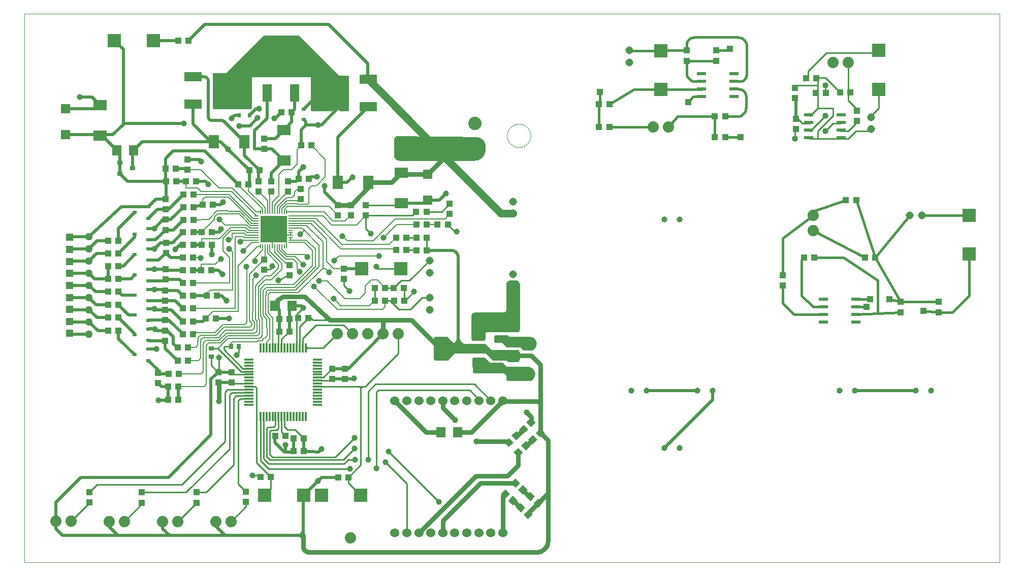
<source format=gtl>
G75*
G70*
%OFA0B0*%
%FSLAX24Y24*%
%IPPOS*%
%LPD*%
%AMOC8*
5,1,8,0,0,1.08239X$1,22.5*
%
%ADD10C,0.0000*%
%ADD11C,0.0397*%
%ADD12C,0.0515*%
%ADD13R,0.0886X0.0886*%
%ADD14R,0.0433X0.0433*%
%ADD15R,0.0591X0.0217*%
%ADD16C,0.0740*%
%ADD17R,0.0610X0.0236*%
%ADD18R,0.0256X0.0079*%
%ADD19R,0.0079X0.0256*%
%ADD20R,0.1732X0.1732*%
%ADD21R,0.0256X0.0236*%
%ADD22R,0.0630X0.0709*%
%ADD23R,0.1181X0.0630*%
%ADD24R,0.2470X0.2280*%
%ADD25R,0.0630X0.1181*%
%ADD26R,0.2280X0.2470*%
%ADD27R,0.0515X0.0515*%
%ADD28C,0.0874*%
%ADD29R,0.0591X0.0118*%
%ADD30R,0.0118X0.0591*%
%ADD31R,0.0433X0.0394*%
%ADD32R,0.0354X0.0276*%
%ADD33R,0.0276X0.0354*%
%ADD34R,0.0790X0.0590*%
%ADD35R,0.0790X0.1500*%
%ADD36R,0.0709X0.0630*%
%ADD37R,0.0394X0.0433*%
%ADD38C,0.0600*%
%ADD39R,0.0433X0.0433*%
%ADD40R,0.0906X0.0689*%
%ADD41R,0.0689X0.0906*%
%ADD42C,0.0500*%
%ADD43R,0.0642X0.0598*%
%ADD44R,0.0354X0.0315*%
%ADD45R,0.0315X0.0236*%
%ADD46R,0.0236X0.0315*%
%ADD47C,0.0200*%
%ADD48C,0.0160*%
%ADD49R,0.0396X0.0396*%
%ADD50C,0.0100*%
%ADD51C,0.0400*%
%ADD52C,0.0709*%
%ADD53C,0.0396*%
%ADD54C,0.0300*%
%ADD55C,0.0080*%
%ADD56C,0.0500*%
D10*
X000101Y000101D02*
X064101Y000101D01*
X064101Y036101D01*
X000101Y036101D01*
X000101Y000101D01*
X031782Y028101D02*
X031784Y028156D01*
X031790Y028211D01*
X031800Y028265D01*
X031813Y028318D01*
X031831Y028370D01*
X031852Y028421D01*
X031876Y028470D01*
X031904Y028517D01*
X031936Y028562D01*
X031970Y028605D01*
X032008Y028645D01*
X032048Y028683D01*
X032091Y028717D01*
X032136Y028749D01*
X032183Y028777D01*
X032232Y028801D01*
X032283Y028822D01*
X032335Y028840D01*
X032388Y028853D01*
X032442Y028863D01*
X032497Y028869D01*
X032552Y028871D01*
X032607Y028869D01*
X032662Y028863D01*
X032716Y028853D01*
X032769Y028840D01*
X032821Y028822D01*
X032872Y028801D01*
X032921Y028777D01*
X032968Y028749D01*
X033013Y028717D01*
X033056Y028683D01*
X033096Y028645D01*
X033134Y028605D01*
X033168Y028562D01*
X033200Y028517D01*
X033228Y028470D01*
X033252Y028421D01*
X033273Y028370D01*
X033291Y028318D01*
X033304Y028265D01*
X033314Y028211D01*
X033320Y028156D01*
X033322Y028101D01*
X033320Y028046D01*
X033314Y027991D01*
X033304Y027937D01*
X033291Y027884D01*
X033273Y027832D01*
X033252Y027781D01*
X033228Y027732D01*
X033200Y027685D01*
X033168Y027640D01*
X033134Y027597D01*
X033096Y027557D01*
X033056Y027519D01*
X033013Y027485D01*
X032968Y027453D01*
X032921Y027425D01*
X032872Y027401D01*
X032821Y027380D01*
X032769Y027362D01*
X032716Y027349D01*
X032662Y027339D01*
X032607Y027333D01*
X032552Y027331D01*
X032497Y027333D01*
X032442Y027339D01*
X032388Y027349D01*
X032335Y027362D01*
X032283Y027380D01*
X032232Y027401D01*
X032183Y027425D01*
X032136Y027453D01*
X032091Y027485D01*
X032048Y027519D01*
X032008Y027557D01*
X031970Y027597D01*
X031936Y027640D01*
X031904Y027685D01*
X031876Y027732D01*
X031852Y027781D01*
X031831Y027832D01*
X031813Y027884D01*
X031800Y027937D01*
X031790Y027991D01*
X031784Y028046D01*
X031782Y028101D01*
D11*
X042101Y022601D03*
X043101Y022601D03*
X044266Y011351D03*
X045266Y011351D03*
X040936Y011351D03*
X039936Y011351D03*
X042101Y007601D03*
X043101Y007601D03*
X053601Y011351D03*
X054601Y011351D03*
X058601Y011351D03*
X059601Y011351D03*
D12*
X058994Y022851D03*
X058207Y022851D03*
X055669Y028521D03*
X055669Y029309D03*
X039801Y032907D03*
X039801Y033694D03*
X032161Y023784D03*
X032161Y022997D03*
X026691Y019894D03*
X026691Y019107D03*
X026691Y017464D03*
X026691Y016677D03*
X032151Y018207D03*
X032151Y018994D03*
D13*
X024795Y019371D03*
X022236Y019371D03*
X041851Y031121D03*
X041851Y033680D03*
X056169Y033694D03*
X056169Y031135D03*
X062101Y022880D03*
X062101Y020321D03*
X022160Y004491D03*
X019601Y004491D03*
X018420Y004491D03*
X015861Y004491D03*
X008575Y034331D03*
X006016Y034331D03*
D14*
X010206Y034326D03*
X010875Y034326D03*
X016966Y029636D03*
X017635Y029636D03*
X015821Y027915D03*
X015821Y027246D03*
X015520Y025821D03*
X014851Y025821D03*
X015481Y025100D03*
X014800Y024911D03*
X014131Y024911D03*
X015481Y024431D03*
X016286Y024431D03*
X016286Y025100D03*
X017416Y025100D03*
X018111Y025276D03*
X018780Y025276D03*
X018236Y024615D03*
X018236Y023946D03*
X017416Y024431D03*
X020666Y023545D03*
X021531Y023550D03*
X021531Y022881D03*
X020666Y022876D03*
X022501Y022856D03*
X022501Y023525D03*
X024491Y021416D03*
X025160Y021416D03*
X025831Y021416D03*
X026500Y021416D03*
X026500Y022261D03*
X025831Y022261D03*
X025816Y023096D03*
X026485Y023096D03*
X027216Y022256D03*
X027885Y022256D03*
X028016Y022951D03*
X028016Y023620D03*
X026510Y020576D03*
X025841Y020576D03*
X025170Y020606D03*
X024501Y020606D03*
X024346Y018111D03*
X023765Y018116D03*
X025015Y018111D03*
X025030Y017271D03*
X024361Y017271D03*
X023770Y017276D03*
X023101Y017276D03*
X023096Y018116D03*
X021071Y018686D03*
X021071Y019355D03*
X017496Y019610D03*
X017496Y018941D03*
X015836Y019296D03*
X015836Y019965D03*
X012380Y019266D03*
X011711Y019266D03*
X011175Y019261D03*
X010506Y019261D03*
X010506Y020096D03*
X011175Y020096D03*
X011185Y020926D03*
X011731Y020926D03*
X012400Y020926D03*
X012400Y021751D03*
X011731Y021751D03*
X011185Y021751D03*
X010516Y021751D03*
X010521Y022576D03*
X011190Y022576D03*
X011200Y023416D03*
X011801Y023561D03*
X012470Y023561D03*
X011200Y024241D03*
X010531Y024241D03*
X010531Y023416D03*
X009366Y023276D03*
X009366Y023945D03*
X009396Y025096D03*
X010065Y025096D03*
X010696Y025101D03*
X011365Y025101D03*
X010801Y025881D03*
X010045Y025936D03*
X009376Y025936D03*
X010801Y026550D03*
X009376Y022585D03*
X009376Y021916D03*
X009386Y021065D03*
X009386Y020396D03*
X010516Y020926D03*
X009371Y019350D03*
X009371Y018681D03*
X009341Y017920D03*
X009341Y017251D03*
X009341Y016660D03*
X009341Y015991D03*
X009341Y015310D03*
X009341Y014641D03*
X010161Y014201D03*
X010830Y014201D03*
X011155Y015056D03*
X010486Y015056D03*
X010486Y015911D03*
X011155Y015911D03*
X011986Y016086D03*
X012655Y016086D03*
X011160Y016761D03*
X010491Y016761D03*
X010501Y017596D03*
X011170Y017596D03*
X012076Y017596D03*
X012745Y017596D03*
X011175Y018426D03*
X010506Y018426D03*
X006280Y018711D03*
X005611Y018711D03*
X005611Y019546D03*
X006280Y019546D03*
X006280Y020376D03*
X005611Y020376D03*
X005611Y021206D03*
X006280Y021206D03*
X006280Y017856D03*
X005611Y017856D03*
X005611Y017011D03*
X006280Y017011D03*
X006280Y016151D03*
X005611Y016151D03*
X005611Y015296D03*
X006280Y015296D03*
X010161Y013326D03*
X010830Y013326D03*
X010220Y012471D03*
X009551Y012471D03*
X008856Y012530D03*
X008856Y011861D03*
X009546Y011621D03*
X010215Y011621D03*
X010210Y010751D03*
X009541Y010751D03*
X012821Y011901D03*
X012821Y012570D03*
X013716Y012565D03*
X013716Y011896D03*
X016831Y015236D03*
X017500Y015236D03*
X017495Y016076D03*
X018056Y016126D03*
X018725Y016126D03*
X016826Y016076D03*
X020306Y012815D03*
X021131Y012815D03*
X021131Y012146D03*
X020306Y012146D03*
X018440Y008236D03*
X017771Y008236D03*
X017771Y007401D03*
X018440Y007401D03*
X016255Y005716D03*
X015586Y005716D03*
X014641Y004720D03*
X014641Y004051D03*
X011401Y004016D03*
X011401Y004685D03*
X007801Y004685D03*
X007801Y004016D03*
X004356Y004036D03*
X004356Y004705D03*
X020696Y005676D03*
X021365Y005676D03*
X049851Y018266D03*
X049851Y018935D03*
X051266Y020101D03*
X051935Y020101D03*
X055266Y020101D03*
X055935Y020101D03*
X057601Y017185D03*
X057601Y016516D03*
X060101Y016516D03*
X060101Y017185D03*
X054685Y023851D03*
X054016Y023851D03*
X050725Y028521D03*
X050725Y029190D03*
X050669Y030580D03*
X050669Y031250D03*
X051397Y031884D03*
X052066Y031884D03*
X052019Y030893D03*
X052688Y030893D03*
X053620Y030947D03*
X054289Y030947D03*
X054745Y029728D03*
X054745Y029059D03*
X046085Y029351D03*
X045416Y029351D03*
X045416Y028001D03*
X046085Y028001D03*
X038485Y028651D03*
X037816Y028651D03*
X037816Y030151D03*
X038485Y030151D03*
X043551Y033016D03*
X043551Y033685D03*
X045501Y033685D03*
X045501Y033016D03*
X018920Y027456D03*
X018251Y027456D03*
D15*
X044538Y030651D03*
X044538Y031151D03*
X044538Y031651D03*
X044538Y032151D03*
X046664Y032151D03*
X046664Y031651D03*
X046664Y031151D03*
X046664Y030651D03*
D16*
X042351Y028651D03*
X041351Y028651D03*
X051851Y022851D03*
X051851Y021851D03*
X053169Y032915D03*
X054169Y032915D03*
X024626Y015086D03*
X023626Y015086D03*
X022626Y015086D03*
X021626Y015086D03*
X020626Y015086D03*
X013661Y002781D03*
X012661Y002781D03*
X010181Y002776D03*
X009181Y002776D03*
X006661Y002781D03*
X005661Y002781D03*
X003161Y002796D03*
X002161Y002796D03*
X021486Y001701D03*
D17*
X052538Y015851D03*
X052538Y016351D03*
X052538Y016851D03*
X052538Y017351D03*
X054664Y017351D03*
X054664Y016851D03*
X054664Y016351D03*
X054664Y015851D03*
X053710Y027983D03*
X053710Y028483D03*
X053710Y028983D03*
X053710Y029483D03*
X051584Y029483D03*
X051584Y028983D03*
X051584Y028483D03*
X051584Y027983D03*
D18*
X017583Y022822D03*
X017583Y022664D03*
X017583Y022507D03*
X017583Y022349D03*
X017583Y022192D03*
X017583Y022035D03*
X017583Y021877D03*
X017583Y021720D03*
X017583Y021562D03*
X017583Y021405D03*
X017583Y021247D03*
X017583Y021090D03*
X015319Y021090D03*
X015319Y021247D03*
X015319Y021405D03*
X015319Y021562D03*
X015319Y021720D03*
X015319Y021877D03*
X015319Y022035D03*
X015319Y022192D03*
X015319Y022349D03*
X015319Y022507D03*
X015319Y022664D03*
X015319Y022822D03*
D19*
X015585Y023088D03*
X015742Y023088D03*
X015900Y023088D03*
X016057Y023088D03*
X016215Y023088D03*
X016372Y023088D03*
X016530Y023088D03*
X016687Y023088D03*
X016844Y023088D03*
X017002Y023088D03*
X017159Y023088D03*
X017317Y023088D03*
X017317Y020824D03*
X017159Y020824D03*
X017002Y020824D03*
X016844Y020824D03*
X016687Y020824D03*
X016530Y020824D03*
X016372Y020824D03*
X016215Y020824D03*
X016057Y020824D03*
X015900Y020824D03*
X015742Y020824D03*
X015585Y020824D03*
D20*
X016451Y021956D03*
D21*
X008229Y022005D03*
X007343Y021631D03*
X008229Y021257D03*
X008229Y020675D03*
X007343Y020301D03*
X008229Y019927D03*
X008229Y019330D03*
X007343Y018956D03*
X008229Y018582D03*
X008229Y018005D03*
X007343Y017631D03*
X008229Y017257D03*
X008229Y016720D03*
X007343Y016346D03*
X008229Y015972D03*
X008229Y015410D03*
X007343Y015036D03*
X008229Y014662D03*
X008229Y014095D03*
X007343Y013721D03*
X008229Y013347D03*
X008229Y022682D03*
X007343Y023056D03*
X008229Y023430D03*
D22*
X007262Y027126D03*
X006160Y027126D03*
X016550Y016921D03*
X017652Y016921D03*
X027425Y008631D03*
X028527Y008631D03*
D23*
X022656Y029991D03*
X022656Y031791D03*
X011156Y031956D03*
X011156Y030156D03*
D24*
X013691Y031056D03*
X020121Y030891D03*
D25*
X017821Y030896D03*
X016021Y030896D03*
D26*
X016921Y033431D03*
D27*
X003076Y021420D03*
X003076Y020633D03*
X003076Y019846D03*
X003076Y019058D03*
X003076Y018271D03*
X003076Y017483D03*
X003076Y016696D03*
X003076Y015909D03*
X003076Y015121D03*
D28*
X029663Y027286D03*
X029663Y028916D03*
D29*
X019320Y013402D03*
X019320Y013205D03*
X019320Y013008D03*
X019320Y012812D03*
X019320Y012615D03*
X019320Y012418D03*
X019320Y012221D03*
X019320Y012024D03*
X019320Y011827D03*
X019320Y011631D03*
X019320Y011434D03*
X019320Y011237D03*
X019320Y011040D03*
X019320Y010843D03*
X019320Y010646D03*
X019320Y010449D03*
X014832Y010449D03*
X014832Y010646D03*
X014832Y010843D03*
X014832Y011040D03*
X014832Y011237D03*
X014832Y011434D03*
X014832Y011631D03*
X014832Y011827D03*
X014832Y012024D03*
X014832Y012221D03*
X014832Y012418D03*
X014832Y012615D03*
X014832Y012812D03*
X014832Y013008D03*
X014832Y013205D03*
X014832Y013402D03*
D30*
X015599Y014170D03*
X015796Y014170D03*
X015993Y014170D03*
X016190Y014170D03*
X016387Y014170D03*
X016584Y014170D03*
X016781Y014170D03*
X016977Y014170D03*
X017174Y014170D03*
X017371Y014170D03*
X017568Y014170D03*
X017765Y014170D03*
X017962Y014170D03*
X018158Y014170D03*
X018355Y014170D03*
X018552Y014170D03*
X018552Y009682D03*
X018355Y009682D03*
X018158Y009682D03*
X017962Y009682D03*
X017765Y009682D03*
X017568Y009682D03*
X017371Y009682D03*
X017174Y009682D03*
X016977Y009682D03*
X016781Y009682D03*
X016584Y009682D03*
X016387Y009682D03*
X016190Y009682D03*
X015993Y009682D03*
X015796Y009682D03*
X015599Y009682D03*
D31*
X016561Y008406D03*
X017230Y008406D03*
D32*
X012356Y013615D03*
X012356Y014127D03*
D33*
X013660Y014251D03*
X014172Y014251D03*
D34*
X029891Y014111D03*
X029891Y013211D03*
X029891Y015011D03*
D35*
X027411Y014101D03*
D36*
X032151Y014550D03*
X032151Y013652D03*
X032151Y012550D03*
X032151Y015652D03*
D37*
X031151Y015435D03*
X031151Y014766D03*
X031151Y013585D03*
X031151Y012916D03*
D38*
X031500Y010696D03*
X030712Y010696D03*
X029925Y010696D03*
X029138Y010696D03*
X028350Y010696D03*
X027563Y010696D03*
X026775Y010696D03*
X025988Y010696D03*
X025201Y010696D03*
X024413Y010696D03*
X024413Y002035D03*
X025201Y002035D03*
X025988Y002035D03*
X026775Y002035D03*
X027563Y002035D03*
X028350Y002035D03*
X029138Y002035D03*
X029925Y002035D03*
X030712Y002035D03*
X031500Y002035D03*
D39*
G36*
X033154Y003542D02*
X033474Y003252D01*
X033184Y002932D01*
X032864Y003222D01*
X033154Y003542D01*
G37*
G36*
X032657Y003990D02*
X032977Y003700D01*
X032687Y003380D01*
X032367Y003670D01*
X032657Y003990D01*
G37*
G36*
X032179Y003847D02*
X031859Y004137D01*
X032149Y004457D01*
X032469Y004167D01*
X032179Y003847D01*
G37*
G36*
X031682Y004295D02*
X031362Y004585D01*
X031652Y004905D01*
X031972Y004615D01*
X031682Y004295D01*
G37*
G36*
X032829Y004542D02*
X032509Y004832D01*
X032799Y005152D01*
X033119Y004862D01*
X032829Y004542D01*
G37*
G36*
X033292Y004725D02*
X033612Y004435D01*
X033322Y004115D01*
X033002Y004405D01*
X033292Y004725D01*
G37*
G36*
X032332Y004990D02*
X032012Y005280D01*
X032302Y005600D01*
X032622Y005310D01*
X032332Y004990D01*
G37*
G36*
X033789Y004277D02*
X034109Y003987D01*
X033819Y003667D01*
X033499Y003957D01*
X033789Y004277D01*
G37*
G36*
X032817Y007292D02*
X032497Y007002D01*
X032207Y007322D01*
X032527Y007612D01*
X032817Y007292D01*
G37*
G36*
X033314Y007740D02*
X032994Y007450D01*
X032704Y007770D01*
X033024Y008060D01*
X033314Y007740D01*
G37*
G36*
X033157Y008167D02*
X033477Y008457D01*
X033767Y008137D01*
X033447Y007847D01*
X033157Y008167D01*
G37*
G36*
X032084Y008425D02*
X032404Y008715D01*
X032694Y008395D01*
X032374Y008105D01*
X032084Y008425D01*
G37*
G36*
X031587Y007977D02*
X031907Y008267D01*
X032197Y007947D01*
X031877Y007657D01*
X031587Y007977D01*
G37*
G36*
X033162Y008812D02*
X032842Y008522D01*
X032552Y008842D01*
X032872Y009132D01*
X033162Y008812D01*
G37*
G36*
X033659Y009260D02*
X033339Y008970D01*
X033049Y009290D01*
X033369Y009580D01*
X033659Y009260D01*
G37*
G36*
X033654Y008615D02*
X033974Y008905D01*
X034264Y008585D01*
X033944Y008295D01*
X033654Y008615D01*
G37*
D40*
X024841Y023656D03*
X024841Y025656D03*
X017121Y026471D03*
X017121Y028471D03*
X005061Y028101D03*
X005061Y030101D03*
D41*
X012526Y027706D03*
X014526Y027706D03*
X020651Y025026D03*
X022651Y025026D03*
D42*
X004341Y021481D03*
X004341Y020681D03*
X004341Y019881D03*
X004341Y019081D03*
X004341Y018281D03*
X004341Y017481D03*
X004341Y016681D03*
X004341Y015881D03*
X004341Y015081D03*
D43*
X026576Y023879D03*
X026576Y025572D03*
X002796Y028159D03*
X002796Y029852D03*
D44*
X006362Y026350D03*
X006362Y025602D03*
X007189Y025976D03*
D45*
X018436Y029151D03*
X018436Y029820D03*
D46*
X014865Y029436D03*
X014196Y029436D03*
D47*
X013901Y029436D01*
X013701Y029236D01*
X013209Y029023D02*
X014526Y027706D01*
X014526Y026815D01*
X015520Y025821D01*
X015481Y025781D01*
X015481Y025100D01*
X014851Y024961D02*
X014800Y024911D01*
X014851Y024961D02*
X014851Y025821D01*
X013463Y027208D01*
X012966Y027706D01*
X012526Y027706D01*
X007842Y027706D01*
X007262Y027126D01*
X007189Y027053D01*
X007189Y025976D01*
X006362Y025602D02*
X006362Y026350D01*
X006362Y026923D01*
X006160Y027126D01*
X005185Y028101D01*
X005061Y028101D01*
X005002Y028159D01*
X005914Y028159D01*
X006596Y028841D01*
X006666Y028911D01*
X010561Y028911D01*
X011156Y028881D02*
X011156Y030156D01*
X012161Y029346D02*
X012161Y031706D01*
X012159Y031736D01*
X012154Y031766D01*
X012145Y031795D01*
X012132Y031822D01*
X012117Y031848D01*
X012098Y031872D01*
X012077Y031893D01*
X012053Y031912D01*
X012027Y031927D01*
X012000Y031940D01*
X011971Y031949D01*
X011941Y031954D01*
X011911Y031956D01*
X011156Y031956D01*
X010875Y034326D02*
X011935Y035386D01*
X020061Y035386D01*
X022621Y032826D01*
X022621Y032201D01*
X022626Y032196D02*
X022626Y031821D01*
X022627Y031812D01*
X022632Y031803D01*
X022638Y031797D01*
X022647Y031792D01*
X022656Y031791D01*
X022896Y031926D02*
X022356Y031926D01*
X022343Y031924D01*
X022330Y031920D01*
X022319Y031913D01*
X022309Y031903D01*
X022302Y031892D01*
X022298Y031879D01*
X022296Y031866D01*
X022330Y031868D01*
X022365Y031873D01*
X022398Y031882D01*
X022430Y031895D01*
X022461Y031910D01*
X022490Y031929D01*
X022517Y031951D01*
X022541Y031975D01*
X022563Y032002D01*
X022582Y032031D01*
X022597Y032062D01*
X022610Y032094D01*
X022619Y032127D01*
X022624Y032162D01*
X022626Y032196D01*
X022626Y032566D01*
X022621Y032201D02*
X022623Y032170D01*
X022628Y032140D01*
X022636Y032110D01*
X022648Y032082D01*
X022663Y032055D01*
X022681Y032030D01*
X022702Y032007D01*
X022725Y031986D01*
X022750Y031968D01*
X022777Y031953D01*
X022805Y031941D01*
X022835Y031933D01*
X022865Y031928D01*
X022896Y031926D01*
X020581Y030846D02*
X020581Y029785D01*
X019663Y028868D01*
X019586Y028791D01*
X019371Y028791D01*
X018581Y028791D01*
X018581Y029006D01*
X018436Y029151D01*
X018581Y028791D02*
X018251Y028461D01*
X018251Y027456D01*
X017121Y026471D02*
X016286Y025636D01*
X016286Y025100D01*
X017416Y025100D02*
X017936Y025100D01*
X018111Y025276D01*
X018111Y025746D01*
X018396Y026031D01*
X018915Y025411D02*
X019286Y025411D01*
X018915Y025411D02*
X018780Y025276D01*
X019806Y024806D02*
X019806Y024405D01*
X020666Y023545D01*
X022651Y024670D02*
X022651Y025026D01*
X021626Y025371D02*
X021281Y025026D01*
X020651Y025026D01*
X020651Y027986D01*
X022656Y029991D01*
X020121Y030891D02*
X019506Y030891D01*
X018436Y029820D01*
X017846Y029846D02*
X017635Y029636D01*
X017635Y028985D01*
X017121Y028471D01*
X016565Y027915D01*
X015821Y027915D01*
X015201Y028421D02*
X016021Y029241D01*
X016021Y030896D01*
X015501Y029876D02*
X015305Y029876D01*
X014865Y029436D01*
X015401Y029251D02*
X014896Y028746D01*
X014191Y028746D01*
X015201Y028421D02*
X015201Y027246D01*
X015821Y027246D01*
X016345Y027246D01*
X017121Y026471D01*
X014131Y024911D02*
X011941Y027101D01*
X009861Y027101D01*
X009376Y026616D01*
X009376Y025936D01*
X009376Y025116D01*
X009396Y025096D01*
X006868Y025096D01*
X006362Y025602D01*
X008229Y023430D02*
X008744Y023945D01*
X009366Y023945D01*
X009396Y023976D01*
X009396Y025096D01*
X009361Y025096D01*
X010065Y025096D02*
X010696Y025101D01*
X011365Y025101D02*
X012006Y025101D01*
X012171Y024886D01*
X010531Y024241D02*
X009566Y023276D01*
X009366Y023276D01*
X008823Y023276D01*
X008229Y022682D01*
X007343Y023056D02*
X006280Y021993D01*
X006280Y021206D01*
X005611Y021206D02*
X004866Y021206D01*
X004341Y020681D01*
X003124Y020681D01*
X003076Y020633D01*
X003111Y019881D02*
X003076Y019846D01*
X003111Y019881D02*
X004341Y019881D01*
X004836Y020376D01*
X005611Y020376D01*
X006280Y020376D02*
X007343Y021438D01*
X007343Y021631D01*
X008229Y022005D02*
X008285Y022010D01*
X008636Y022011D01*
X009210Y022585D01*
X009376Y022585D01*
X009701Y022585D01*
X010531Y023416D01*
X011200Y023416D02*
X011801Y023561D01*
X012470Y023561D02*
X012951Y023571D01*
X013141Y023726D01*
X010521Y022576D02*
X009861Y021916D01*
X009376Y021916D01*
X008716Y021257D01*
X008229Y021257D01*
X008229Y020675D02*
X008243Y020661D01*
X008636Y020661D01*
X009040Y021065D01*
X009386Y021065D01*
X009831Y021065D01*
X010516Y021751D01*
X011185Y021751D02*
X011731Y021751D01*
X012400Y021751D02*
X012901Y021751D01*
X013006Y021981D01*
X012400Y020926D02*
X012406Y020920D01*
X012406Y020296D01*
X011731Y020926D02*
X011185Y020926D01*
X010516Y020926D02*
X010306Y020926D01*
X010001Y020621D01*
X009686Y020096D02*
X009386Y020396D01*
X008916Y019927D01*
X008229Y019927D01*
X007343Y020301D02*
X006588Y019546D01*
X006280Y019546D01*
X005611Y019546D02*
X005611Y018711D01*
X004711Y018711D01*
X004341Y019081D01*
X003098Y019081D01*
X003076Y019058D01*
X003086Y018281D02*
X003076Y018271D01*
X003086Y018281D02*
X004341Y018281D01*
X004766Y017856D01*
X005611Y017856D01*
X006280Y017856D02*
X006505Y017631D01*
X007343Y017631D01*
X008229Y018005D02*
X008355Y018005D01*
X008636Y018001D01*
X009260Y018001D01*
X009341Y017920D01*
X010176Y017920D01*
X010501Y017596D01*
X010001Y017251D02*
X009341Y017251D01*
X009335Y017257D01*
X008229Y017257D01*
X008229Y016720D02*
X008430Y016725D01*
X008636Y016726D01*
X008701Y016660D01*
X009341Y016660D01*
X009736Y016660D01*
X010486Y015911D01*
X011155Y015911D02*
X011811Y015911D01*
X011986Y016086D01*
X012655Y016086D02*
X012655Y016096D01*
X013541Y016096D01*
X013351Y017276D02*
X013031Y017596D01*
X012745Y017596D01*
X012076Y017596D02*
X011170Y017596D01*
X010506Y018426D02*
X010251Y018681D01*
X009371Y018681D01*
X009271Y018582D01*
X008229Y018582D01*
X007343Y018956D02*
X007098Y018711D01*
X006280Y018711D01*
X008229Y019330D02*
X008233Y019326D01*
X008636Y019326D01*
X009346Y019326D01*
X009371Y019350D01*
X009460Y019261D01*
X010506Y019261D01*
X011175Y019261D02*
X011711Y019266D01*
X012380Y019266D02*
X012836Y019266D01*
X013106Y018996D01*
X010506Y020096D02*
X009686Y020096D01*
X009356Y017920D02*
X009341Y017920D01*
X010001Y017251D02*
X010491Y016761D01*
X009580Y015991D02*
X009341Y015991D01*
X008248Y015991D01*
X008229Y015972D01*
X007343Y016346D02*
X006945Y016346D01*
X006280Y017011D01*
X005611Y017011D02*
X004811Y017011D01*
X004341Y017481D01*
X003078Y017481D01*
X003076Y017483D01*
X003076Y016696D02*
X003091Y016681D01*
X004341Y016681D01*
X004871Y016151D01*
X005611Y016151D01*
X006280Y016151D02*
X007343Y015088D01*
X007343Y015036D01*
X008229Y015410D02*
X008350Y015420D01*
X008671Y015416D01*
X008776Y015310D01*
X009341Y015310D01*
X009481Y015310D01*
X009881Y014911D01*
X009881Y014450D01*
X010130Y014201D01*
X010161Y014201D01*
X009341Y014146D02*
X009341Y014641D01*
X008269Y014641D01*
X008259Y014631D01*
X008229Y014662D01*
X008229Y014095D02*
X008520Y014095D01*
X008761Y014091D01*
X009341Y014146D02*
X010161Y013326D01*
X009551Y012471D02*
X008915Y012471D01*
X008915Y012470D02*
X008902Y012472D01*
X008889Y012476D01*
X008878Y012483D01*
X008868Y012493D01*
X008861Y012504D01*
X008857Y012517D01*
X008855Y012530D01*
X008856Y012530D02*
X008856Y012720D01*
X008229Y013347D01*
X007343Y013721D02*
X006280Y014783D01*
X006280Y015296D01*
X005611Y015296D02*
X004926Y015296D01*
X004341Y015881D01*
X003104Y015881D01*
X003076Y015909D01*
X003076Y015121D02*
X003116Y015081D01*
X004341Y015081D01*
X008799Y012586D02*
X008811Y012585D01*
X008823Y012580D01*
X008834Y012574D01*
X008843Y012565D01*
X008849Y012554D01*
X008854Y012542D01*
X008855Y012530D01*
X008856Y011861D02*
X009096Y011621D01*
X009546Y011621D01*
X009541Y011616D01*
X009541Y010751D01*
X009531Y010741D01*
X008906Y010741D01*
X010210Y010751D02*
X010215Y010756D01*
X010215Y011621D01*
X012331Y012150D02*
X012821Y012570D01*
X012826Y012565D01*
X013716Y012565D01*
X013716Y011896D02*
X012826Y011896D01*
X012821Y011901D01*
X012331Y012150D02*
X012341Y008456D01*
X009556Y005671D01*
X003796Y005671D01*
X002161Y004036D01*
X002161Y002796D01*
X002161Y002291D01*
X002586Y001866D01*
X006221Y001866D01*
X005661Y002426D01*
X005661Y002781D01*
X006221Y001866D02*
X009621Y001866D01*
X009181Y002306D01*
X009181Y002776D01*
X009621Y001866D02*
X013256Y001866D01*
X018076Y001866D01*
X018109Y001864D01*
X018141Y001859D01*
X018173Y001851D01*
X018204Y001839D01*
X018233Y001824D01*
X018261Y001806D01*
X018287Y001785D01*
X018310Y001762D01*
X018331Y001736D01*
X018349Y001708D01*
X018364Y001679D01*
X018376Y001648D01*
X018384Y001616D01*
X018389Y001584D01*
X018391Y001551D01*
X018391Y001651D02*
X018391Y002201D01*
X018391Y004461D01*
X018420Y004491D01*
X019378Y005449D01*
X019605Y005676D01*
X020696Y005676D01*
X019386Y007341D02*
X018440Y007401D01*
X018440Y008196D01*
X017771Y008236D02*
X017771Y007401D01*
X017777Y007391D01*
X017781Y007379D01*
X017782Y007367D01*
X017779Y007356D01*
X017774Y007345D01*
X017766Y007336D01*
X017166Y007336D01*
X016521Y007980D01*
X016561Y008406D01*
X017226Y007791D02*
X017226Y007396D01*
X017166Y007336D01*
X019386Y007341D02*
X019591Y007546D01*
X020306Y012146D02*
X021131Y012146D01*
X021726Y012146D01*
X021736Y012156D01*
X021355Y012815D02*
X021131Y012815D01*
X020306Y012815D01*
X021355Y012815D02*
X023626Y015086D01*
X028091Y014336D02*
X028133Y014338D01*
X028175Y014343D01*
X028217Y014353D01*
X028257Y014365D01*
X028296Y014381D01*
X028333Y014401D01*
X028369Y014424D01*
X028403Y014449D01*
X028434Y014478D01*
X028463Y014509D01*
X028488Y014543D01*
X028511Y014578D01*
X028531Y014616D01*
X028547Y014655D01*
X028559Y014695D01*
X028569Y014737D01*
X028574Y014779D01*
X028576Y014821D01*
X028576Y020116D01*
X028574Y020156D01*
X028569Y020196D01*
X028560Y020235D01*
X028548Y020273D01*
X028533Y020310D01*
X028514Y020346D01*
X028493Y020380D01*
X028468Y020412D01*
X028441Y020441D01*
X028412Y020468D01*
X028380Y020493D01*
X028346Y020514D01*
X028310Y020533D01*
X028273Y020548D01*
X028235Y020560D01*
X028196Y020569D01*
X028156Y020574D01*
X028116Y020576D01*
X026510Y020576D01*
X022236Y019371D02*
X021286Y019371D01*
X021086Y019371D01*
X021071Y019355D01*
X018396Y016806D02*
X018256Y016946D01*
X017652Y016921D01*
X017495Y016789D01*
X017495Y016076D01*
X017500Y016121D01*
X017500Y015236D01*
X016831Y015236D02*
X016831Y016664D01*
X016685Y016810D01*
X016550Y016921D01*
X016831Y016121D02*
X016826Y016076D01*
X016831Y016121D02*
X016831Y015236D01*
X010486Y015085D02*
X009580Y015991D01*
X009341Y015310D02*
X009450Y015201D01*
X010486Y015085D02*
X010486Y015056D01*
X004341Y021481D02*
X003136Y021481D01*
X003076Y021420D01*
X004341Y021481D02*
X006470Y023430D01*
X008229Y023430D01*
X010045Y025936D02*
X010801Y025936D01*
X010801Y025881D01*
X010801Y026550D02*
X011551Y026550D01*
X011711Y026391D01*
X012331Y027706D02*
X011156Y028881D01*
X012411Y029096D02*
X013032Y029096D01*
X013060Y029094D01*
X013088Y029090D01*
X013115Y029082D01*
X013140Y029071D01*
X013165Y029058D01*
X013188Y029041D01*
X013209Y029023D01*
X012411Y029096D02*
X012381Y029098D01*
X012351Y029103D01*
X012322Y029112D01*
X012295Y029125D01*
X012269Y029140D01*
X012245Y029159D01*
X012224Y029180D01*
X012205Y029204D01*
X012190Y029230D01*
X012177Y029257D01*
X012168Y029286D01*
X012163Y029316D01*
X012161Y029346D01*
X012331Y027706D02*
X012526Y027706D01*
X016516Y029241D02*
X016571Y029241D01*
X016966Y029636D01*
X017846Y029846D02*
X017846Y031111D01*
X017821Y031086D01*
X017821Y030896D01*
X010206Y034326D02*
X008580Y034326D01*
X008575Y034331D01*
X006596Y033751D02*
X006596Y028841D01*
X005002Y028159D02*
X002796Y028159D01*
X002796Y029852D02*
X004812Y029852D01*
X005061Y030101D01*
X004536Y030626D01*
X003741Y030626D01*
X006596Y033751D02*
X006016Y034331D01*
X024841Y023656D02*
X026352Y023656D01*
X026576Y023879D01*
X027344Y023879D01*
X027766Y024301D01*
X028576Y014846D02*
X028578Y014803D01*
X028583Y014760D01*
X028592Y014717D01*
X028604Y014676D01*
X028620Y014635D01*
X028639Y014596D01*
X028661Y014559D01*
X028687Y014524D01*
X028715Y014490D01*
X028745Y014460D01*
X028779Y014432D01*
X028814Y014406D01*
X028851Y014384D01*
X028890Y014365D01*
X028931Y014349D01*
X028972Y014337D01*
X029015Y014328D01*
X029058Y014323D01*
X029101Y014321D01*
X028971Y014141D02*
X028935Y014143D01*
X028900Y014148D01*
X028865Y014157D01*
X028831Y014169D01*
X028799Y014184D01*
X028768Y014203D01*
X028739Y014224D01*
X028713Y014248D01*
X028689Y014274D01*
X028668Y014303D01*
X028649Y014334D01*
X028634Y014366D01*
X028622Y014400D01*
X028613Y014435D01*
X028608Y014470D01*
X028606Y014506D01*
X028606Y014561D01*
X028614Y014559D01*
X028620Y014555D01*
X028624Y014549D01*
X028626Y014541D01*
X028626Y014331D01*
X028625Y014333D01*
X028624Y014335D01*
X028621Y014336D01*
X028091Y014336D01*
X040936Y011351D02*
X044266Y011351D01*
X045266Y011351D02*
X045266Y010766D01*
X042101Y007601D01*
X054601Y011351D02*
X058601Y011351D01*
X018391Y002201D02*
X018389Y002166D01*
X018384Y002131D01*
X018375Y002097D01*
X018362Y002065D01*
X018346Y002033D01*
X018327Y002004D01*
X018305Y001977D01*
X018280Y001952D01*
X018253Y001930D01*
X018223Y001911D01*
X018192Y001895D01*
X018160Y001882D01*
X018126Y001873D01*
X018091Y001868D01*
X018056Y001866D01*
X013256Y001866D02*
X012661Y002461D01*
X012661Y002781D01*
D48*
X029925Y010611D02*
X029925Y010696D01*
X029925Y010611D02*
X030111Y010611D01*
X049851Y017101D02*
X050601Y016351D01*
X052538Y016351D01*
X052538Y016851D02*
X051851Y016851D01*
X051101Y017601D01*
X051101Y019935D01*
X051266Y020101D01*
X051935Y020101D02*
X053851Y020101D01*
X056101Y018601D01*
X056101Y016442D01*
X056110Y016432D01*
X057601Y016516D01*
X057601Y017185D02*
X056851Y017351D01*
X057601Y017185D02*
X055935Y020101D01*
X054685Y023851D01*
X054016Y023851D02*
X051766Y023101D01*
X051851Y022851D01*
X049851Y021351D01*
X049851Y018935D01*
X049851Y018266D02*
X049851Y017101D01*
X054664Y017351D02*
X055601Y017351D01*
X055351Y016851D02*
X054664Y016851D01*
X054664Y016351D02*
X056110Y016432D01*
X057601Y017185D02*
X060101Y017185D01*
X060101Y016516D02*
X059101Y016601D01*
X060101Y016516D02*
X061016Y016516D01*
X062101Y017601D01*
X062101Y020321D01*
X062101Y022880D02*
X058994Y022851D01*
X058207Y022851D02*
X055935Y020101D01*
X055266Y020101D02*
X051851Y021851D01*
X047101Y028001D02*
X046085Y028001D01*
X045416Y028001D02*
X045416Y029351D01*
X042951Y029351D01*
X042351Y028651D01*
X041351Y028651D02*
X038485Y028651D01*
X037816Y028651D02*
X037816Y030151D01*
X037851Y030151D01*
X037851Y030951D01*
X038485Y030151D02*
X040085Y031121D01*
X041851Y031121D01*
X044538Y031121D01*
X044538Y031151D01*
X044538Y031651D02*
X044134Y031651D01*
X044088Y031653D01*
X044043Y031658D01*
X043998Y031667D01*
X043954Y031680D01*
X043911Y031695D01*
X043869Y031715D01*
X043829Y031737D01*
X043791Y031762D01*
X043755Y031791D01*
X043722Y031822D01*
X043691Y031855D01*
X043662Y031891D01*
X043637Y031929D01*
X043615Y031969D01*
X043595Y032011D01*
X043580Y032054D01*
X043567Y032098D01*
X043558Y032143D01*
X043553Y032188D01*
X043551Y032234D01*
X043551Y033016D01*
X045501Y033016D01*
X045501Y033685D02*
X046401Y033685D01*
X046401Y033801D01*
X046931Y034551D02*
X046976Y034549D01*
X047020Y034544D01*
X047064Y034535D01*
X047107Y034523D01*
X047149Y034508D01*
X047190Y034489D01*
X047229Y034467D01*
X047266Y034442D01*
X047301Y034414D01*
X047334Y034384D01*
X047364Y034351D01*
X047392Y034316D01*
X047417Y034279D01*
X047439Y034240D01*
X047458Y034199D01*
X047473Y034157D01*
X047485Y034114D01*
X047494Y034070D01*
X047499Y034026D01*
X047501Y033981D01*
X047501Y032146D01*
X047499Y032103D01*
X047493Y032060D01*
X047484Y032018D01*
X047471Y031977D01*
X047455Y031937D01*
X047435Y031898D01*
X047411Y031862D01*
X047385Y031828D01*
X047356Y031796D01*
X047324Y031767D01*
X047290Y031741D01*
X047253Y031717D01*
X047215Y031697D01*
X047175Y031681D01*
X047134Y031668D01*
X047092Y031659D01*
X047049Y031653D01*
X047006Y031651D01*
X046664Y031651D01*
X046664Y031151D02*
X046998Y031151D01*
X047040Y031149D01*
X047081Y031143D01*
X047122Y031134D01*
X047162Y031120D01*
X047200Y031104D01*
X047236Y031083D01*
X047271Y031060D01*
X047303Y031033D01*
X047333Y031003D01*
X047360Y030971D01*
X047383Y030936D01*
X047404Y030900D01*
X047420Y030862D01*
X047434Y030822D01*
X047443Y030781D01*
X047449Y030740D01*
X047451Y030698D01*
X047451Y029934D01*
X047449Y029888D01*
X047444Y029843D01*
X047435Y029798D01*
X047422Y029754D01*
X047407Y029711D01*
X047387Y029669D01*
X047365Y029629D01*
X047340Y029591D01*
X047311Y029555D01*
X047280Y029522D01*
X047247Y029491D01*
X047211Y029462D01*
X047173Y029437D01*
X047133Y029415D01*
X047091Y029395D01*
X047048Y029380D01*
X047004Y029367D01*
X046959Y029358D01*
X046914Y029353D01*
X046868Y029351D01*
X046085Y029351D01*
X044538Y030651D02*
X044001Y030651D01*
X043651Y030301D01*
X043551Y033685D02*
X041851Y033685D01*
X041851Y033680D01*
X039815Y033680D01*
X039810Y033681D01*
X039805Y033684D01*
X039802Y033689D01*
X039801Y033694D01*
X043551Y033685D02*
X043551Y034036D01*
X043553Y034079D01*
X043558Y034121D01*
X043567Y034162D01*
X043579Y034203D01*
X043594Y034243D01*
X043613Y034281D01*
X043635Y034318D01*
X043660Y034352D01*
X043687Y034385D01*
X043717Y034415D01*
X043750Y034442D01*
X043784Y034467D01*
X043821Y034489D01*
X043859Y034508D01*
X043899Y034523D01*
X043940Y034535D01*
X043981Y034544D01*
X044023Y034549D01*
X044066Y034551D01*
X046931Y034551D01*
D49*
X046401Y033801D03*
X043651Y030301D03*
X047101Y028001D03*
X037851Y030951D03*
X055601Y017351D03*
X055351Y016851D03*
X056851Y017351D03*
X059101Y016601D03*
D50*
X054169Y027915D02*
X053669Y027915D01*
X053710Y027983D01*
X053669Y027915D02*
X052169Y027915D01*
X052169Y028415D01*
X053169Y029415D01*
X053169Y029915D01*
X052169Y029915D01*
X052169Y030915D01*
X052019Y030893D01*
X052169Y030915D02*
X052169Y031415D01*
X050669Y031415D01*
X050669Y031250D01*
X050669Y030580D02*
X050752Y030376D01*
X050752Y029194D01*
X050725Y029190D01*
X050669Y029415D02*
X050669Y030580D01*
X050669Y029415D02*
X051169Y028915D01*
X051669Y028915D01*
X051584Y028983D01*
X051669Y029415D02*
X051584Y029483D01*
X051669Y029415D02*
X052169Y029915D01*
X052669Y029415D02*
X051669Y028415D01*
X051584Y028483D01*
X051584Y027983D02*
X051669Y027915D01*
X052169Y027915D01*
X052669Y028415D02*
X053169Y028915D01*
X053669Y028915D01*
X053710Y028983D01*
X053710Y028483D02*
X053669Y028415D01*
X054169Y028415D01*
X054669Y028915D01*
X054745Y029059D01*
X055669Y029309D02*
X055669Y029415D01*
X056169Y029915D01*
X056169Y031135D01*
X054289Y030947D02*
X054169Y030915D01*
X054169Y032915D01*
X052720Y033525D02*
X055870Y033525D01*
X056169Y033694D01*
X052720Y033525D02*
X051539Y032344D01*
X051539Y031950D01*
X051397Y031884D01*
X052066Y031884D02*
X052169Y031915D01*
X052669Y031915D01*
X053669Y030915D01*
X053620Y030947D01*
X054169Y030915D02*
X054169Y030415D01*
X054669Y029915D01*
X054745Y029728D01*
X052688Y030893D02*
X052669Y030915D01*
X052669Y031415D01*
X052169Y031415D02*
X052169Y031915D01*
X050725Y028521D02*
X050669Y028415D01*
X050669Y027915D01*
X054169Y027915D02*
X054669Y028415D01*
X055669Y028415D01*
X055669Y028521D01*
X032531Y018438D02*
X032546Y018395D01*
X032551Y018351D01*
X032551Y015401D01*
X032547Y015367D01*
X032536Y015336D01*
X032518Y015307D01*
X032494Y015284D01*
X032466Y015266D01*
X032434Y015255D01*
X032401Y015251D01*
X030401Y015251D01*
X030375Y015247D01*
X030351Y015237D01*
X030330Y015221D01*
X030314Y015201D01*
X030304Y015177D01*
X030301Y015151D01*
X030301Y014801D01*
X030297Y014775D01*
X030287Y014751D01*
X030271Y014730D01*
X030251Y014714D01*
X030227Y014704D01*
X030201Y014701D01*
X029601Y014701D01*
X029567Y014705D01*
X029536Y014716D01*
X029507Y014734D01*
X029484Y014757D01*
X029466Y014786D01*
X029455Y014817D01*
X029451Y014851D01*
X029451Y016251D01*
X029460Y016294D01*
X029477Y016335D01*
X029503Y016372D01*
X029534Y016403D01*
X029572Y016427D01*
X029613Y016443D01*
X029656Y016451D01*
X029701Y016451D01*
X031551Y016451D01*
X031595Y016456D01*
X031638Y016471D01*
X031675Y016494D01*
X031707Y016526D01*
X031731Y016564D01*
X031746Y016606D01*
X031751Y016651D01*
X031751Y018351D01*
X031756Y018395D01*
X031771Y018438D01*
X031794Y018475D01*
X031826Y018507D01*
X031864Y018531D01*
X031906Y018546D01*
X031951Y018551D01*
X032351Y018551D01*
X032395Y018546D01*
X032438Y018531D01*
X032475Y018507D01*
X032507Y018475D01*
X032531Y018438D01*
X032534Y018430D02*
X031768Y018430D01*
X031751Y018331D02*
X032551Y018331D01*
X032551Y018233D02*
X031751Y018233D01*
X031751Y018134D02*
X032551Y018134D01*
X032551Y018036D02*
X031751Y018036D01*
X031751Y017937D02*
X032551Y017937D01*
X032551Y017839D02*
X031751Y017839D01*
X031751Y017740D02*
X032551Y017740D01*
X032551Y017641D02*
X031751Y017641D01*
X031751Y017543D02*
X032551Y017543D01*
X032551Y017444D02*
X031751Y017444D01*
X031751Y017346D02*
X032551Y017346D01*
X032551Y017247D02*
X031751Y017247D01*
X031751Y017149D02*
X032551Y017149D01*
X032551Y017050D02*
X031751Y017050D01*
X031751Y016952D02*
X032551Y016952D01*
X032551Y016853D02*
X031751Y016853D01*
X031751Y016755D02*
X032551Y016755D01*
X032551Y016656D02*
X031751Y016656D01*
X031727Y016558D02*
X032551Y016558D01*
X032551Y016459D02*
X031604Y016459D01*
X032551Y016360D02*
X029495Y016360D01*
X029453Y016262D02*
X032551Y016262D01*
X032551Y016163D02*
X029451Y016163D01*
X029451Y016065D02*
X032551Y016065D01*
X032551Y015966D02*
X029451Y015966D01*
X029451Y015868D02*
X032551Y015868D01*
X032551Y015769D02*
X029451Y015769D01*
X029451Y015671D02*
X032551Y015671D01*
X032551Y015572D02*
X029451Y015572D01*
X029451Y015474D02*
X032551Y015474D01*
X032548Y015375D02*
X029451Y015375D01*
X029451Y015276D02*
X032483Y015276D01*
X031851Y014851D02*
X033251Y014851D01*
X033320Y014845D01*
X033388Y014827D01*
X033451Y014797D01*
X033508Y014757D01*
X033557Y014708D01*
X033597Y014651D01*
X033627Y014588D01*
X033645Y014520D01*
X033651Y014451D01*
X033645Y014381D01*
X033627Y014314D01*
X033597Y014251D01*
X033557Y014194D01*
X033508Y014144D01*
X033451Y014104D01*
X033388Y014075D01*
X033320Y014057D01*
X033251Y014051D01*
X032851Y014051D01*
X032651Y014251D01*
X031751Y014251D01*
X031451Y014551D01*
X031001Y014551D01*
X030985Y014553D01*
X030971Y014560D01*
X030960Y014571D01*
X030953Y014585D01*
X030951Y014601D01*
X030951Y014901D01*
X030953Y014916D01*
X030960Y014930D01*
X030971Y014941D01*
X030985Y014948D01*
X031001Y014951D01*
X031751Y014951D01*
X031851Y014851D01*
X031819Y014882D02*
X030951Y014882D01*
X030951Y014784D02*
X033470Y014784D01*
X033573Y014685D02*
X030951Y014685D01*
X030953Y014587D02*
X033627Y014587D01*
X033648Y014488D02*
X031513Y014488D01*
X031612Y014390D02*
X033645Y014390D01*
X033616Y014291D02*
X031711Y014291D01*
X032401Y014001D02*
X032434Y013997D01*
X032466Y013986D01*
X032494Y013968D01*
X032518Y013944D01*
X032536Y013916D01*
X032547Y013884D01*
X032551Y013851D01*
X032551Y013451D01*
X032547Y013417D01*
X032536Y013386D01*
X032518Y013357D01*
X032494Y013334D01*
X032466Y013316D01*
X032434Y013305D01*
X032401Y013301D01*
X031851Y013301D01*
X031751Y013401D01*
X030851Y013401D01*
X030401Y013851D01*
X028301Y013851D01*
X027851Y013401D01*
X027101Y013401D01*
X027075Y013404D01*
X027051Y013414D01*
X027030Y013430D01*
X027014Y013451D01*
X027004Y013475D01*
X027001Y013501D01*
X027001Y014751D01*
X027004Y014777D01*
X027014Y014801D01*
X027030Y014821D01*
X027051Y014837D01*
X027075Y014847D01*
X027101Y014851D01*
X027801Y014851D01*
X028251Y014401D01*
X030301Y014401D01*
X030701Y014001D01*
X032401Y014001D01*
X032439Y013995D02*
X027001Y013995D01*
X027001Y013897D02*
X032543Y013897D01*
X032551Y013798D02*
X030453Y013798D01*
X030552Y013700D02*
X032551Y013700D01*
X032551Y013601D02*
X030650Y013601D01*
X030749Y013503D02*
X032551Y013503D01*
X032542Y013404D02*
X030847Y013404D01*
X030601Y013151D02*
X030251Y013501D01*
X029651Y013501D01*
X029625Y013497D01*
X029601Y013487D01*
X029580Y013471D01*
X029564Y013451D01*
X029554Y013427D01*
X029551Y013401D01*
X029551Y012701D01*
X029555Y012667D01*
X029566Y012636D01*
X029584Y012607D01*
X029607Y012584D01*
X029636Y012566D01*
X029667Y012555D01*
X029701Y012551D01*
X031551Y012551D01*
X031595Y012546D01*
X031638Y012531D01*
X031675Y012507D01*
X031707Y012475D01*
X031731Y012438D01*
X031746Y012395D01*
X031751Y012351D01*
X031751Y012201D01*
X031755Y012167D01*
X031766Y012136D01*
X031784Y012107D01*
X031807Y012084D01*
X031836Y012066D01*
X031867Y012055D01*
X031901Y012051D01*
X033151Y012051D01*
X033220Y012057D01*
X033288Y012075D01*
X033351Y012104D01*
X033408Y012144D01*
X033457Y012194D01*
X033497Y012251D01*
X033527Y012314D01*
X033545Y012381D01*
X033551Y012451D01*
X033544Y012529D01*
X033524Y012605D01*
X033491Y012676D01*
X033446Y012740D01*
X033390Y012796D01*
X033326Y012841D01*
X033255Y012874D01*
X033179Y012894D01*
X033101Y012901D01*
X031701Y012901D01*
X031451Y013151D01*
X030601Y013151D01*
X030545Y013207D02*
X029551Y013207D01*
X029551Y013109D02*
X031493Y013109D01*
X031592Y013010D02*
X029551Y013010D01*
X029551Y012911D02*
X031690Y012911D01*
X031659Y012517D02*
X033545Y012517D01*
X033548Y012419D02*
X031738Y012419D01*
X031751Y012320D02*
X033528Y012320D01*
X033477Y012222D02*
X031751Y012222D01*
X031774Y012123D02*
X033378Y012123D01*
X033518Y012616D02*
X029578Y012616D01*
X029551Y012714D02*
X033464Y012714D01*
X033365Y012813D02*
X029551Y012813D01*
X029551Y013306D02*
X030446Y013306D01*
X030347Y013404D02*
X029551Y013404D01*
X030608Y014094D02*
X027001Y014094D01*
X027001Y014192D02*
X030509Y014192D01*
X030411Y014291D02*
X027001Y014291D01*
X027001Y014390D02*
X030312Y014390D01*
X030299Y014784D02*
X029467Y014784D01*
X029451Y014882D02*
X030301Y014882D01*
X030301Y014981D02*
X029451Y014981D01*
X029451Y015079D02*
X030301Y015079D01*
X030305Y015178D02*
X029451Y015178D01*
X029101Y014321D02*
X029099Y014296D01*
X029094Y014272D01*
X029085Y014248D01*
X029073Y014226D01*
X029058Y014206D01*
X029041Y014189D01*
X029021Y014174D01*
X028999Y014162D01*
X028975Y014153D01*
X028951Y014148D01*
X028926Y014146D01*
X028806Y014146D01*
X028793Y014148D01*
X028781Y014153D01*
X028771Y014161D01*
X028763Y014171D01*
X028758Y014183D01*
X028756Y014196D01*
X028248Y013798D02*
X027001Y013798D01*
X027001Y013700D02*
X028150Y013700D01*
X028051Y013601D02*
X027001Y013601D01*
X027001Y013503D02*
X027953Y013503D01*
X027854Y013404D02*
X027076Y013404D01*
X027001Y014488D02*
X028163Y014488D01*
X028065Y014587D02*
X027001Y014587D01*
X027001Y014685D02*
X027966Y014685D01*
X027868Y014784D02*
X027007Y014784D01*
X024641Y015071D02*
X024641Y013852D01*
X024611Y013781D02*
X022490Y011660D01*
X022419Y011631D02*
X022336Y011631D01*
X022021Y011631D01*
X020976Y011631D01*
X020976Y011626D01*
X020976Y011631D02*
X019320Y011631D01*
X019320Y012024D02*
X020184Y012024D01*
X020306Y012146D01*
X020319Y012024D01*
X019711Y012221D02*
X020306Y012815D01*
X019711Y012221D02*
X019320Y012221D01*
X020971Y011631D02*
X020974Y011630D01*
X020975Y011628D01*
X020976Y011626D01*
X022021Y011630D02*
X022044Y011628D01*
X022066Y011624D01*
X022087Y011616D01*
X022108Y011605D01*
X022126Y011591D01*
X022142Y011575D01*
X022156Y011557D01*
X022167Y011536D01*
X022175Y011515D01*
X022179Y011493D01*
X022181Y011470D01*
X022181Y006491D01*
X021365Y005676D01*
X021365Y005286D01*
X022160Y004491D01*
X021471Y006241D02*
X016131Y006241D01*
X015599Y006772D01*
X015599Y009682D01*
X015796Y009682D02*
X015796Y006915D01*
X016146Y006566D01*
X021076Y006566D01*
X021351Y006841D01*
X021811Y006841D01*
X021761Y007561D02*
X021036Y006836D01*
X016186Y006836D01*
X016001Y007021D01*
X016001Y008821D01*
X015999Y008842D01*
X016001Y008863D01*
X016007Y008884D01*
X016016Y008903D01*
X016028Y008920D01*
X016043Y008935D01*
X016061Y008947D01*
X016080Y008956D01*
X016101Y008961D01*
X016334Y008961D01*
X016531Y008751D02*
X016561Y008753D01*
X016591Y008758D01*
X016620Y008767D01*
X016647Y008780D01*
X016673Y008795D01*
X016697Y008814D01*
X016718Y008835D01*
X016737Y008859D01*
X016752Y008885D01*
X016765Y008912D01*
X016774Y008941D01*
X016779Y008971D01*
X016781Y009001D01*
X016781Y009682D01*
X016977Y009682D02*
X016977Y008659D01*
X017230Y008406D01*
X017356Y008806D02*
X017174Y008987D01*
X017174Y009682D01*
X016584Y009682D02*
X016584Y009211D01*
X016582Y009181D01*
X016577Y009151D01*
X016568Y009122D01*
X016555Y009095D01*
X016540Y009069D01*
X016521Y009045D01*
X016500Y009024D01*
X016476Y009005D01*
X016450Y008990D01*
X016423Y008977D01*
X016394Y008968D01*
X016364Y008963D01*
X016334Y008961D01*
X016301Y008751D02*
X016531Y008751D01*
X016301Y008751D02*
X016284Y008749D01*
X016267Y008745D01*
X016251Y008738D01*
X016237Y008728D01*
X016224Y008715D01*
X016214Y008701D01*
X016207Y008685D01*
X016203Y008668D01*
X016201Y008651D01*
X016201Y007186D01*
X016371Y007016D01*
X020511Y007016D01*
X021771Y008276D01*
X022656Y006841D02*
X022656Y011316D01*
X023126Y011786D01*
X029623Y011786D01*
X030712Y010696D01*
X030111Y010611D02*
X029321Y011401D01*
X023341Y011401D01*
X023216Y011276D01*
X023216Y006261D01*
X023791Y006671D02*
X025201Y005261D01*
X025201Y002035D01*
X027296Y004061D02*
X024006Y007351D01*
X024006Y007376D01*
X018440Y008196D02*
X018440Y008236D01*
X017870Y008806D01*
X017356Y008806D01*
X014832Y010843D02*
X014371Y010843D01*
X014341Y010841D01*
X014311Y010836D01*
X014282Y010827D01*
X014255Y010814D01*
X014229Y010799D01*
X014205Y010780D01*
X014184Y010759D01*
X014165Y010735D01*
X014150Y010709D01*
X014137Y010682D01*
X014128Y010653D01*
X014123Y010623D01*
X014121Y010593D01*
X014121Y005240D01*
X014641Y004720D01*
X014641Y004051D02*
X014641Y003761D01*
X013661Y002781D01*
X011401Y003996D02*
X010181Y002776D01*
X007801Y003921D02*
X006661Y002781D01*
X007801Y003921D02*
X007801Y004016D01*
X007801Y004685D02*
X010705Y004685D01*
X013561Y007541D01*
X013561Y010987D01*
X013271Y011184D02*
X013273Y011214D01*
X013278Y011244D01*
X013287Y011273D01*
X013300Y011300D01*
X013315Y011326D01*
X013334Y011350D01*
X013355Y011371D01*
X013379Y011390D01*
X013405Y011405D01*
X013432Y011418D01*
X013461Y011427D01*
X013491Y011432D01*
X013521Y011434D01*
X014832Y011434D01*
X014832Y011631D02*
X015226Y011631D01*
X015244Y011629D01*
X015262Y011625D01*
X015279Y011617D01*
X015293Y011606D01*
X015306Y011593D01*
X015317Y011578D01*
X015325Y011562D01*
X015329Y011544D01*
X015331Y011526D01*
X015331Y006640D01*
X016255Y005716D01*
X016255Y004885D01*
X015861Y004491D01*
X015586Y005716D02*
X015491Y005811D01*
X015076Y005811D01*
X013846Y006511D02*
X012020Y004685D01*
X011401Y004685D01*
X011401Y004016D02*
X011401Y003996D01*
X010446Y005211D02*
X004861Y005211D01*
X004356Y004705D01*
X004356Y004036D02*
X004356Y003991D01*
X003161Y002796D01*
X010446Y005211D02*
X013271Y008036D01*
X013271Y011184D01*
X013811Y011237D02*
X014832Y011237D01*
X014832Y011040D02*
X014096Y011040D01*
X014066Y011038D01*
X014036Y011033D01*
X014007Y011024D01*
X013980Y011011D01*
X013954Y010996D01*
X013930Y010977D01*
X013909Y010956D01*
X013890Y010932D01*
X013875Y010906D01*
X013862Y010879D01*
X013853Y010850D01*
X013848Y010820D01*
X013846Y010790D01*
X013846Y006511D01*
X013561Y010987D02*
X013563Y011017D01*
X013568Y011047D01*
X013577Y011076D01*
X013590Y011103D01*
X013605Y011129D01*
X013624Y011153D01*
X013645Y011174D01*
X013669Y011193D01*
X013695Y011208D01*
X013722Y011221D01*
X013751Y011230D01*
X013781Y011235D01*
X013811Y011237D01*
X013785Y011827D02*
X013716Y011896D01*
X013785Y011827D02*
X014832Y011827D01*
X014832Y012418D02*
X013759Y012418D01*
X013601Y012576D01*
X013201Y012576D01*
X012826Y012576D01*
X012816Y012566D01*
X012821Y012570D02*
X012861Y012610D01*
X012821Y012570D02*
X012683Y012708D01*
X012356Y013035D01*
X012356Y013615D01*
X012861Y013531D02*
X012861Y012916D01*
X012861Y012886D02*
X012859Y012861D01*
X012854Y012836D01*
X012845Y012812D01*
X012833Y012790D01*
X012818Y012769D01*
X012800Y012751D01*
X012779Y012736D01*
X012757Y012724D01*
X012733Y012715D01*
X012708Y012710D01*
X012683Y012708D01*
X012861Y012916D02*
X012863Y012880D01*
X012868Y012845D01*
X012878Y012811D01*
X012890Y012778D01*
X012907Y012746D01*
X012926Y012716D01*
X012948Y012688D01*
X012973Y012663D01*
X013001Y012641D01*
X013031Y012622D01*
X013063Y012605D01*
X013096Y012593D01*
X013130Y012583D01*
X013165Y012578D01*
X013201Y012576D01*
X013716Y012565D02*
X013863Y012418D01*
X014832Y012418D01*
X014832Y012615D02*
X014322Y012615D01*
X012810Y014127D01*
X012356Y014127D01*
X013216Y014076D02*
X013216Y014246D01*
X013241Y014251D01*
X013660Y014251D01*
X013216Y014076D02*
X014420Y012812D01*
X014832Y012812D01*
X014026Y013691D02*
X014172Y013837D01*
X014172Y014251D01*
X016781Y014170D02*
X016781Y015471D01*
X016846Y015536D01*
X016781Y015255D02*
X016831Y015236D01*
X016781Y015255D02*
X016781Y014170D01*
X016977Y014170D02*
X016977Y014783D01*
X017500Y015236D01*
X018159Y015559D02*
X018158Y015559D01*
X018725Y016126D01*
X018746Y016146D02*
X018811Y016146D01*
X018811Y016241D01*
X019036Y016016D01*
X020141Y016016D01*
X019973Y016183D02*
X019971Y016159D01*
X019966Y016136D01*
X019958Y016114D01*
X019946Y016093D01*
X019932Y016074D01*
X019915Y016057D01*
X019896Y016043D01*
X019875Y016031D01*
X019853Y016023D01*
X019830Y016018D01*
X019806Y016016D01*
X019231Y015676D02*
X018355Y014800D01*
X018355Y014170D01*
X018551Y014171D02*
X018551Y014371D01*
X018552Y014374D01*
X018554Y014375D01*
X018556Y014376D01*
X018551Y014171D02*
X018551Y014171D01*
X018551Y014170D01*
X018552Y014170D01*
X018551Y014171D02*
X018551Y013961D01*
X018553Y013988D01*
X018558Y014015D01*
X018567Y014041D01*
X018579Y014066D01*
X018594Y014088D01*
X018612Y014109D01*
X018633Y014127D01*
X018655Y014142D01*
X018680Y014154D01*
X018706Y014163D01*
X018733Y014168D01*
X018760Y014170D01*
X019710Y014170D01*
X020626Y015086D01*
X021036Y015676D02*
X021626Y015086D01*
X021036Y015676D02*
X019231Y015676D01*
X018746Y016146D02*
X018756Y016156D01*
X018746Y016146D02*
X018159Y015559D01*
X018158Y015559D02*
X018158Y014170D01*
X017962Y014170D02*
X017962Y016031D01*
X017962Y016372D01*
X018396Y016806D01*
X018056Y016126D02*
X017962Y016031D01*
X018556Y014376D02*
X018558Y014349D01*
X018563Y014323D01*
X018572Y014297D01*
X018584Y014273D01*
X018599Y014251D01*
X018616Y014230D01*
X018637Y014213D01*
X018659Y014198D01*
X018683Y014186D01*
X018709Y014177D01*
X018735Y014172D01*
X018762Y014170D01*
X022419Y011631D02*
X022435Y011632D01*
X022450Y011636D01*
X022464Y011642D01*
X022478Y011650D01*
X022490Y011660D01*
X022336Y011631D02*
X022314Y011629D01*
X022292Y011625D01*
X022272Y011617D01*
X022252Y011606D01*
X022234Y011593D01*
X022219Y011578D01*
X022206Y011560D01*
X022195Y011540D01*
X022187Y011520D01*
X022183Y011498D01*
X022181Y011476D01*
X024612Y013781D02*
X024622Y013793D01*
X024630Y013807D01*
X024636Y013821D01*
X024640Y013836D01*
X024641Y013852D01*
X024641Y015071D02*
X024640Y015077D01*
X024637Y015082D01*
X024632Y015085D01*
X024626Y015086D01*
X024676Y016696D02*
X024096Y017276D01*
X024356Y017276D01*
X024361Y017271D01*
X024096Y017276D02*
X023770Y017276D01*
X024676Y016696D02*
X025441Y016696D01*
X026209Y017464D01*
X026691Y017464D01*
X025671Y017851D02*
X025091Y017271D01*
X025030Y017271D01*
X025030Y018096D01*
X025015Y018111D01*
X024826Y018591D02*
X024346Y018111D01*
X024341Y018116D01*
X023765Y018116D01*
X024826Y018591D02*
X025371Y018591D01*
X026689Y019909D01*
X026691Y019894D01*
X026510Y020576D02*
X026510Y021406D01*
X026500Y021416D01*
X025831Y021416D02*
X025160Y021416D01*
X025170Y020606D02*
X025811Y020606D01*
X025841Y020576D01*
X024795Y019371D02*
X023311Y019371D01*
X023191Y019491D01*
X023096Y018116D02*
X023101Y018111D01*
X023101Y017276D01*
X021436Y017916D02*
X021071Y018281D01*
X021071Y018686D01*
X017496Y018941D02*
X017456Y018971D01*
X016756Y018611D01*
X016230Y019341D02*
X015836Y019296D01*
X016230Y019341D02*
X016371Y019521D01*
X016451Y021951D02*
X016451Y021956D01*
X022501Y022006D02*
X022836Y021671D01*
X022501Y022006D02*
X022501Y022856D01*
X025576Y022856D01*
X025816Y023096D01*
X026485Y023096D02*
X027491Y023096D01*
X028016Y023620D01*
X027885Y022256D02*
X028350Y021791D01*
X028481Y021791D01*
X024841Y023656D02*
X024710Y023525D01*
X022501Y023525D01*
X024542Y026573D02*
X024490Y026615D01*
X024448Y026667D01*
X024417Y026726D01*
X024397Y026789D01*
X024391Y026856D01*
X024391Y027806D01*
X024395Y027851D01*
X024408Y027894D01*
X024430Y027934D01*
X024458Y027968D01*
X024493Y027997D01*
X024533Y028018D01*
X024576Y028031D01*
X024621Y028036D01*
X029521Y027981D01*
X029721Y027981D01*
X029822Y027972D01*
X029921Y027946D01*
X030013Y027902D01*
X030097Y027844D01*
X030169Y027772D01*
X030227Y027688D01*
X030271Y027596D01*
X030297Y027497D01*
X030306Y027396D01*
X030306Y027216D01*
X030297Y027106D01*
X030272Y026999D01*
X030229Y026898D01*
X030172Y026804D01*
X030101Y026721D01*
X030017Y026649D01*
X029924Y026592D01*
X029822Y026550D01*
X029715Y026524D01*
X029606Y026516D01*
X024731Y026516D01*
X024664Y026522D01*
X024601Y026542D01*
X024542Y026573D01*
X024498Y026609D02*
X029951Y026609D01*
X030085Y026707D02*
X024426Y026707D01*
X024396Y026806D02*
X030173Y026806D01*
X030232Y026905D02*
X024391Y026905D01*
X024391Y027003D02*
X030272Y027003D01*
X030296Y027102D02*
X024391Y027102D01*
X024391Y027200D02*
X030305Y027200D01*
X030306Y027299D02*
X024391Y027299D01*
X024391Y027397D02*
X030306Y027397D01*
X030297Y027496D02*
X024391Y027496D01*
X024391Y027594D02*
X030271Y027594D01*
X030224Y027693D02*
X024391Y027693D01*
X024391Y027791D02*
X030149Y027791D01*
X030031Y027890D02*
X024407Y027890D01*
X024483Y027989D02*
X028830Y027989D01*
X021336Y029771D02*
X021336Y031996D01*
X020696Y031996D01*
X018056Y034636D01*
X015841Y034636D01*
X013376Y032171D01*
X013076Y032171D01*
X012511Y032161D01*
X012511Y029911D01*
X014966Y029911D01*
X014966Y031996D01*
X018921Y031996D01*
X018921Y029771D01*
X020241Y029771D01*
X020351Y029881D01*
X020351Y030941D01*
X020486Y031076D01*
X020676Y031076D01*
X020811Y030941D01*
X020811Y029771D01*
X021336Y029771D01*
X021336Y029861D02*
X020811Y029861D01*
X020811Y029959D02*
X021336Y029959D01*
X021336Y030058D02*
X020811Y030058D01*
X020811Y030156D02*
X021336Y030156D01*
X021336Y030255D02*
X020811Y030255D01*
X020811Y030354D02*
X021336Y030354D01*
X021336Y030452D02*
X020811Y030452D01*
X020811Y030551D02*
X021336Y030551D01*
X021336Y030649D02*
X020811Y030649D01*
X020811Y030748D02*
X021336Y030748D01*
X021336Y030846D02*
X020811Y030846D01*
X020807Y030945D02*
X021336Y030945D01*
X021336Y031043D02*
X020708Y031043D01*
X020453Y031043D02*
X018921Y031043D01*
X018921Y030945D02*
X020355Y030945D01*
X020351Y030846D02*
X018921Y030846D01*
X018921Y030748D02*
X020351Y030748D01*
X020351Y030649D02*
X018921Y030649D01*
X018921Y030551D02*
X020351Y030551D01*
X020351Y030452D02*
X018921Y030452D01*
X018921Y030354D02*
X020351Y030354D01*
X020351Y030255D02*
X018921Y030255D01*
X018921Y030156D02*
X020351Y030156D01*
X020351Y030058D02*
X018921Y030058D01*
X018921Y029959D02*
X020351Y029959D01*
X020331Y029861D02*
X018921Y029861D01*
X018921Y031142D02*
X021336Y031142D01*
X021336Y031240D02*
X018921Y031240D01*
X018921Y031339D02*
X021336Y031339D01*
X021336Y031438D02*
X018921Y031438D01*
X018921Y031536D02*
X021336Y031536D01*
X021336Y031635D02*
X018921Y031635D01*
X018921Y031733D02*
X021336Y031733D01*
X021336Y031832D02*
X018921Y031832D01*
X018921Y031930D02*
X021336Y031930D01*
X020663Y032029D02*
X012511Y032029D01*
X012511Y032127D02*
X020564Y032127D01*
X020466Y032226D02*
X013431Y032226D01*
X013529Y032324D02*
X020367Y032324D01*
X020269Y032423D02*
X013628Y032423D01*
X013727Y032522D02*
X020170Y032522D01*
X020071Y032620D02*
X013825Y032620D01*
X013924Y032719D02*
X019973Y032719D01*
X019874Y032817D02*
X014022Y032817D01*
X014121Y032916D02*
X019776Y032916D01*
X019677Y033014D02*
X014219Y033014D01*
X014318Y033113D02*
X019579Y033113D01*
X019480Y033211D02*
X014416Y033211D01*
X014515Y033310D02*
X019382Y033310D01*
X019283Y033408D02*
X014613Y033408D01*
X014712Y033507D02*
X019185Y033507D01*
X019086Y033606D02*
X014811Y033606D01*
X014909Y033704D02*
X018988Y033704D01*
X018889Y033803D02*
X015008Y033803D01*
X015106Y033901D02*
X018790Y033901D01*
X018692Y034000D02*
X015205Y034000D01*
X015303Y034098D02*
X018593Y034098D01*
X018495Y034197D02*
X015402Y034197D01*
X015500Y034295D02*
X018396Y034295D01*
X018298Y034394D02*
X015599Y034394D01*
X015697Y034492D02*
X018199Y034492D01*
X018101Y034591D02*
X015796Y034591D01*
X014966Y031930D02*
X012511Y031930D01*
X012511Y031832D02*
X014966Y031832D01*
X014966Y031733D02*
X012511Y031733D01*
X012511Y031635D02*
X014966Y031635D01*
X014966Y031536D02*
X012511Y031536D01*
X012511Y031438D02*
X014966Y031438D01*
X014966Y031339D02*
X012511Y031339D01*
X012511Y031240D02*
X014966Y031240D01*
X014966Y031142D02*
X012511Y031142D01*
X012511Y031043D02*
X014966Y031043D01*
X014966Y030945D02*
X012511Y030945D01*
X012511Y030846D02*
X014966Y030846D01*
X014966Y030748D02*
X012511Y030748D01*
X012511Y030649D02*
X014966Y030649D01*
X014966Y030551D02*
X012511Y030551D01*
X012511Y030452D02*
X014966Y030452D01*
X014966Y030354D02*
X012511Y030354D01*
X012511Y030255D02*
X014966Y030255D01*
X014966Y030156D02*
X012511Y030156D01*
X012511Y030058D02*
X014966Y030058D01*
X014966Y029959D02*
X012511Y029959D01*
X031860Y018528D02*
X032442Y018528D01*
X032709Y014192D02*
X033556Y014192D01*
X033428Y014094D02*
X032808Y014094D01*
X032437Y013306D02*
X031846Y013306D01*
D51*
X050669Y027915D03*
X052669Y028415D03*
X052669Y029415D03*
X052669Y031415D03*
D52*
X033251Y014451D03*
X033151Y012501D03*
X016451Y021951D03*
D53*
X018216Y021636D03*
X018666Y020136D03*
X018396Y019636D03*
X018156Y019171D03*
X019116Y018201D03*
X019441Y018571D03*
X020111Y019136D03*
X020421Y019886D03*
X020976Y021501D03*
X022836Y021671D03*
X023666Y021396D03*
X023351Y020196D03*
X023191Y019491D03*
X021436Y017916D03*
X020396Y017401D03*
X018396Y016806D03*
X016756Y018611D03*
X016371Y019521D03*
X015221Y019861D03*
X014656Y019491D03*
X015316Y018931D03*
X013106Y018996D03*
X013001Y020011D03*
X012406Y020296D03*
X011681Y020076D03*
X010001Y020621D03*
X008636Y020661D03*
X008636Y022011D03*
X008636Y019326D03*
X008636Y018001D03*
X008636Y016726D03*
X008671Y015416D03*
X008761Y014091D03*
X012861Y013531D03*
X014026Y013691D03*
X013541Y016096D03*
X013351Y017276D03*
X014461Y020531D03*
X013526Y020681D03*
X013501Y021256D03*
X014276Y021121D03*
X013006Y021981D03*
X012901Y022591D03*
X013141Y023726D03*
X012171Y024886D03*
X011711Y026391D03*
X013463Y027208D03*
X014191Y028746D03*
X013701Y029236D03*
X015401Y029251D03*
X015501Y029876D03*
X016516Y029241D03*
X019371Y028791D03*
X018396Y026031D03*
X019286Y025411D03*
X019806Y024806D03*
X021626Y025371D03*
X027766Y024301D03*
X028481Y021791D03*
X025671Y017851D03*
X021736Y012156D03*
X021771Y008276D03*
X021761Y007561D03*
X021811Y006841D03*
X021471Y006241D03*
X022656Y006841D03*
X023216Y006261D03*
X023791Y006671D03*
X024006Y007376D03*
X019591Y007546D03*
X017226Y007791D03*
X015076Y005811D03*
X019378Y005449D03*
X027296Y004061D03*
X029761Y008036D03*
X028351Y009446D03*
X033051Y009946D03*
X012861Y010676D03*
X008906Y010741D03*
X010561Y028911D03*
X003741Y030626D03*
D54*
X020666Y023545D02*
X020671Y023550D01*
X021531Y023550D01*
X022846Y024865D01*
X022846Y025026D01*
X024211Y025026D01*
X024841Y025656D01*
X024924Y025572D01*
X026576Y025572D01*
X027676Y026672D01*
X027676Y027271D01*
X022846Y025026D02*
X022651Y025026D01*
X018506Y017521D02*
X017051Y017521D01*
X016685Y017305D01*
X016685Y016810D01*
X018506Y017521D02*
X019973Y016183D01*
X020141Y016016D01*
X023886Y016016D01*
X025496Y016016D01*
X027411Y014101D01*
X023886Y016016D02*
X023855Y016014D01*
X023824Y016008D01*
X023794Y015999D01*
X023765Y015986D01*
X023738Y015970D01*
X023714Y015951D01*
X023691Y015928D01*
X023672Y015904D01*
X023656Y015877D01*
X023643Y015848D01*
X023634Y015818D01*
X023628Y015787D01*
X023626Y015756D01*
X023626Y015086D01*
X024413Y010696D02*
X026479Y008631D01*
X027425Y008631D01*
X028527Y008631D02*
X029434Y008631D01*
X031500Y010696D01*
X031502Y010685D01*
X031507Y010675D01*
X031515Y010667D01*
X031525Y010662D01*
X031536Y010660D01*
X031536Y010661D02*
X033736Y010661D01*
X033763Y010659D01*
X033790Y010654D01*
X033815Y010646D01*
X033840Y010635D01*
X033863Y010621D01*
X033885Y010605D01*
X033904Y010586D01*
X033920Y010564D01*
X033934Y010541D01*
X033945Y010516D01*
X033953Y010491D01*
X033958Y010464D01*
X033960Y010437D01*
X033959Y010437D02*
X033959Y008600D01*
X034456Y008103D01*
X034456Y004626D01*
X034456Y001506D01*
X034454Y001454D01*
X034449Y001401D01*
X034439Y001350D01*
X034426Y001299D01*
X034410Y001249D01*
X034390Y001201D01*
X034366Y001154D01*
X034339Y001109D01*
X034309Y001066D01*
X034276Y001025D01*
X034241Y000986D01*
X034202Y000951D01*
X034161Y000918D01*
X034118Y000888D01*
X034073Y000861D01*
X034026Y000837D01*
X033978Y000817D01*
X033928Y000801D01*
X033877Y000788D01*
X033826Y000778D01*
X033773Y000773D01*
X033721Y000771D01*
X018776Y000771D01*
X018738Y000773D01*
X018701Y000778D01*
X018664Y000788D01*
X018629Y000800D01*
X018595Y000816D01*
X018562Y000836D01*
X018532Y000858D01*
X018504Y000884D01*
X018478Y000912D01*
X018456Y000942D01*
X018436Y000975D01*
X018420Y001009D01*
X018408Y001044D01*
X018398Y001081D01*
X018393Y001118D01*
X018391Y001156D01*
X018391Y001551D01*
X018391Y001651D01*
X018391Y001855D01*
X018390Y001855D02*
X018389Y001860D01*
X018385Y001864D01*
X018380Y001865D01*
X025988Y002035D02*
X029724Y005771D01*
X031806Y005771D01*
X032512Y006477D01*
X032512Y007307D01*
X033009Y007755D02*
X033065Y007755D01*
X033462Y008152D01*
X032857Y008827D02*
X032440Y008410D01*
X032389Y008410D01*
X031892Y007962D02*
X031818Y008036D01*
X029761Y008036D01*
X028351Y009446D02*
X027563Y010234D01*
X027563Y010696D01*
X032151Y013652D02*
X032155Y013656D01*
X033356Y013656D01*
X033959Y013052D01*
X033959Y010437D01*
X033354Y009642D02*
X033051Y009946D01*
X033354Y009642D02*
X033354Y009275D01*
X032317Y005295D02*
X030035Y005295D01*
X027563Y002823D01*
X027563Y002035D01*
X031500Y002035D02*
X031500Y004432D01*
X031667Y004600D01*
X032164Y004152D02*
X032632Y003685D01*
X032672Y003685D01*
X033169Y003337D02*
X033804Y003972D01*
X034456Y004623D01*
X033307Y004420D02*
X033242Y004420D01*
X032814Y004847D01*
X033169Y003337D02*
X033169Y003237D01*
X012861Y010676D02*
X012861Y011861D01*
X012821Y011901D01*
D55*
X012036Y011871D02*
X012036Y014256D01*
X011846Y014416D02*
X011848Y014446D01*
X011853Y014476D01*
X011862Y014505D01*
X011875Y014532D01*
X011890Y014558D01*
X011909Y014582D01*
X011930Y014603D01*
X011954Y014622D01*
X011980Y014637D01*
X012007Y014650D01*
X012036Y014659D01*
X012066Y014664D01*
X012096Y014666D01*
X012876Y014666D01*
X013351Y015141D01*
X015131Y015141D01*
X015296Y014976D02*
X015326Y014978D01*
X015356Y014983D01*
X015385Y014992D01*
X015412Y015005D01*
X015438Y015020D01*
X015462Y015039D01*
X015483Y015060D01*
X015502Y015084D01*
X015517Y015110D01*
X015530Y015137D01*
X015539Y015166D01*
X015544Y015196D01*
X015546Y015226D01*
X015546Y015907D01*
X015706Y016052D02*
X015704Y016080D01*
X015700Y016108D01*
X015692Y016135D01*
X015681Y016160D01*
X015668Y016185D01*
X015651Y016208D01*
X015633Y016229D01*
X015611Y016282D02*
X015611Y018026D01*
X015906Y018321D01*
X017756Y018321D01*
X018991Y019556D01*
X018991Y020551D01*
X018452Y021090D01*
X017583Y021090D01*
X017583Y021247D02*
X018599Y021247D01*
X019191Y020656D01*
X019191Y019496D01*
X017831Y018136D01*
X015961Y018136D01*
X015776Y017921D01*
X015756Y016326D01*
X016006Y016031D01*
X016026Y014961D01*
X015676Y014631D01*
X015666Y014621D01*
X015426Y014621D01*
X015336Y014556D01*
X013761Y014556D01*
X013760Y014555D02*
X013741Y014551D01*
X013722Y014544D01*
X013706Y014534D01*
X013691Y014521D01*
X013678Y014505D01*
X013669Y014488D01*
X013662Y014469D01*
X013659Y014449D01*
X013660Y014430D01*
X013660Y014251D01*
X014172Y014251D02*
X014172Y014160D01*
X014176Y014156D01*
X013474Y014791D02*
X015456Y014791D01*
X015296Y014976D02*
X013421Y014976D01*
X012951Y014506D01*
X012286Y014506D01*
X012256Y014504D01*
X012226Y014499D01*
X012197Y014490D01*
X012170Y014477D01*
X012144Y014462D01*
X012120Y014443D01*
X012099Y014422D01*
X012080Y014398D01*
X012065Y014372D01*
X012052Y014345D01*
X012043Y014316D01*
X012038Y014286D01*
X012036Y014256D01*
X011846Y014416D02*
X011846Y012721D01*
X011844Y012691D01*
X011839Y012661D01*
X011830Y012632D01*
X011817Y012605D01*
X011802Y012579D01*
X011783Y012555D01*
X011762Y012534D01*
X011738Y012515D01*
X011712Y012500D01*
X011685Y012487D01*
X011656Y012478D01*
X011626Y012473D01*
X011596Y012471D01*
X010220Y012471D01*
X010215Y011621D02*
X011786Y011621D01*
X011816Y011623D01*
X011846Y011628D01*
X011875Y011637D01*
X011902Y011650D01*
X011928Y011665D01*
X011952Y011684D01*
X011973Y011705D01*
X011992Y011729D01*
X012007Y011755D01*
X012020Y011782D01*
X012029Y011811D01*
X012034Y011841D01*
X012036Y011871D01*
X011411Y013326D02*
X010830Y013326D01*
X011411Y013326D02*
X011441Y013328D01*
X011471Y013333D01*
X011500Y013342D01*
X011527Y013355D01*
X011553Y013370D01*
X011577Y013389D01*
X011598Y013410D01*
X011617Y013434D01*
X011632Y013460D01*
X011645Y013487D01*
X011654Y013516D01*
X011659Y013546D01*
X011661Y013576D01*
X011661Y014596D01*
X011486Y014761D02*
X011489Y014791D01*
X011495Y014820D01*
X011504Y014848D01*
X011517Y014875D01*
X011532Y014900D01*
X011550Y014924D01*
X011571Y014945D01*
X011594Y014964D01*
X011619Y014981D01*
X011645Y014994D01*
X011673Y015004D01*
X011702Y015011D01*
X011731Y015015D01*
X011761Y015016D01*
X012676Y015016D01*
X013201Y015526D01*
X014781Y015526D01*
X014966Y015336D02*
X014996Y015338D01*
X015026Y015343D01*
X015055Y015352D01*
X015082Y015365D01*
X015108Y015380D01*
X015132Y015399D01*
X015153Y015420D01*
X015172Y015444D01*
X015187Y015470D01*
X015200Y015497D01*
X015209Y015526D01*
X015214Y015556D01*
X015216Y015586D01*
X015216Y015752D01*
X015381Y015837D02*
X015379Y015865D01*
X015375Y015893D01*
X015367Y015920D01*
X015356Y015945D01*
X015343Y015970D01*
X015326Y015993D01*
X015308Y016014D01*
X015271Y016051D01*
X015271Y018157D01*
X015451Y018097D02*
X015451Y016106D01*
X015473Y016084D01*
X015706Y016052D02*
X015706Y015041D01*
X015704Y015011D01*
X015699Y014981D01*
X015690Y014952D01*
X015677Y014925D01*
X015662Y014899D01*
X015643Y014875D01*
X015622Y014854D01*
X015598Y014835D01*
X015572Y014820D01*
X015545Y014807D01*
X015516Y014798D01*
X015486Y014793D01*
X015456Y014791D01*
X015993Y014543D02*
X016211Y014761D01*
X016211Y016081D01*
X015974Y016343D01*
X016139Y016428D02*
X016392Y016150D01*
X016387Y014170D01*
X015993Y014170D02*
X015993Y014543D01*
X015381Y015391D02*
X015381Y015837D01*
X015546Y015907D02*
X015544Y015935D01*
X015540Y015963D01*
X015532Y015990D01*
X015521Y016015D01*
X015508Y016040D01*
X015491Y016063D01*
X015473Y016084D01*
X015633Y016230D02*
X015623Y016241D01*
X015617Y016254D01*
X015612Y016268D01*
X015611Y016282D01*
X015931Y016554D02*
X015936Y017441D01*
X015951Y017801D01*
X016036Y017951D01*
X017896Y017951D01*
X019441Y019496D01*
X019441Y020906D01*
X018426Y021921D01*
X018426Y021846D01*
X018216Y021636D01*
X018426Y021921D02*
X018312Y022035D01*
X017583Y022035D01*
X017583Y022192D02*
X018615Y022192D01*
X019686Y021121D01*
X019686Y019416D01*
X019651Y019381D01*
X019866Y019381D01*
X020111Y019136D01*
X020416Y019356D02*
X021271Y019356D01*
X021286Y019371D01*
X020416Y019356D02*
X019946Y019826D01*
X019946Y021316D01*
X018912Y022349D01*
X017583Y022349D01*
X017583Y022507D02*
X019055Y022507D01*
X020881Y020681D01*
X024426Y020681D01*
X024501Y020606D01*
X024046Y020971D02*
X024491Y021416D01*
X024046Y020971D02*
X020936Y020971D01*
X019242Y022664D01*
X017583Y022664D01*
X017583Y022822D02*
X019690Y022822D01*
X020266Y022246D01*
X021890Y022246D01*
X022501Y022856D01*
X021531Y022881D02*
X021145Y022496D01*
X020346Y022496D01*
X019754Y023088D01*
X017317Y023088D01*
X017159Y023088D02*
X017159Y023239D01*
X017381Y023461D01*
X020091Y023451D01*
X020666Y022876D01*
X018776Y023736D02*
X018776Y024561D01*
X018778Y024591D01*
X018783Y024621D01*
X018792Y024650D01*
X018805Y024677D01*
X018820Y024703D01*
X018839Y024727D01*
X018860Y024748D01*
X018884Y024767D01*
X018910Y024782D01*
X018937Y024795D01*
X018966Y024804D01*
X018996Y024809D01*
X019026Y024811D01*
X019142Y024811D01*
X019319Y024884D02*
X019841Y025406D01*
X019841Y026535D01*
X018920Y027456D01*
X018251Y027456D02*
X018001Y027205D01*
X018001Y026241D01*
X017641Y025881D01*
X017116Y025881D01*
X016801Y025566D01*
X016801Y025001D01*
X016796Y024996D01*
X016796Y024171D01*
X016372Y023747D01*
X016372Y023088D01*
X016215Y023088D02*
X016215Y024360D01*
X016286Y024431D01*
X015984Y023928D02*
X015481Y024431D01*
X014800Y024481D02*
X014800Y024911D01*
X014800Y024481D02*
X015826Y023455D01*
X015669Y023353D02*
X014131Y024865D01*
X014131Y024911D01*
X013731Y024671D02*
X012881Y024671D01*
X011670Y025881D01*
X010801Y025881D01*
X010696Y025101D02*
X010696Y024666D01*
X010696Y024666D01*
X011461Y024666D01*
X011691Y024436D01*
X013705Y024436D01*
X015319Y022822D01*
X015319Y022664D02*
X015107Y022664D01*
X013531Y024241D01*
X011200Y024241D01*
X011801Y023821D02*
X011801Y023561D01*
X011801Y023821D02*
X011803Y023851D01*
X011808Y023881D01*
X011817Y023910D01*
X011830Y023937D01*
X011845Y023963D01*
X011864Y023987D01*
X011885Y024008D01*
X011909Y024027D01*
X011935Y024042D01*
X011962Y024055D01*
X011991Y024064D01*
X012021Y024069D01*
X012051Y024071D01*
X013491Y024071D01*
X015055Y022507D01*
X015319Y022507D01*
X015319Y022349D02*
X014992Y022349D01*
X014221Y023121D01*
X012741Y023166D01*
X012191Y022611D01*
X011195Y022571D01*
X011190Y022576D01*
X011731Y021751D02*
X012576Y022595D01*
X012576Y022756D01*
X012776Y022956D01*
X014186Y022956D01*
X014950Y022192D01*
X015319Y022192D01*
X015319Y022035D02*
X014912Y022035D01*
X014706Y022241D01*
X013251Y022241D01*
X012901Y022591D01*
X013631Y022061D02*
X014641Y022076D01*
X014840Y021877D01*
X015319Y021877D01*
X015319Y021720D02*
X014722Y021720D01*
X014571Y021871D01*
X013646Y021851D01*
X013146Y021351D01*
X013141Y020541D01*
X013576Y020106D01*
X013576Y018426D01*
X011175Y018426D01*
X012076Y017751D02*
X012076Y017596D01*
X012076Y017751D02*
X012301Y017976D01*
X013751Y017976D01*
X013751Y020456D01*
X013526Y020681D01*
X013501Y021256D02*
X013646Y021256D01*
X013741Y021351D01*
X013741Y021691D01*
X014521Y021691D01*
X014649Y021562D01*
X015319Y021562D01*
X015319Y021405D02*
X014582Y021405D01*
X014506Y021481D01*
X013926Y021481D01*
X013926Y016761D01*
X011160Y016761D01*
X011986Y016086D02*
X012451Y016551D01*
X014136Y016551D01*
X014136Y019556D01*
X015404Y020824D01*
X015585Y020824D01*
X015742Y020824D02*
X015742Y020587D01*
X015221Y020066D01*
X015221Y019861D01*
X015836Y019965D02*
X015900Y020024D01*
X015900Y020824D01*
X016057Y020824D02*
X016057Y020389D01*
X016688Y019734D01*
X016883Y019839D02*
X016905Y019817D01*
X016925Y019794D01*
X016942Y019768D01*
X016956Y019741D01*
X016968Y019713D01*
X016977Y019683D01*
X016983Y019653D01*
X016987Y019622D01*
X016986Y019622D02*
X016986Y019346D01*
X016286Y018646D01*
X015896Y018646D01*
X015524Y018274D01*
X015344Y018334D02*
X015326Y018313D01*
X015309Y018290D01*
X015296Y018265D01*
X015285Y018240D01*
X015277Y018213D01*
X015273Y018185D01*
X015271Y018157D01*
X015344Y018334D02*
X015911Y018901D01*
X016281Y018901D01*
X016776Y019396D01*
X016776Y019587D01*
X016769Y019616D01*
X016759Y019643D01*
X016746Y019669D01*
X016729Y019693D01*
X016710Y019715D01*
X016687Y019734D01*
X016883Y019839D02*
X016215Y020517D01*
X016215Y020824D01*
X016372Y020824D02*
X016372Y021877D01*
X016451Y021956D01*
X017317Y021090D01*
X017317Y020824D01*
X017002Y020824D02*
X017002Y020650D01*
X017341Y020311D01*
X018491Y020311D01*
X018666Y020136D01*
X018396Y019636D02*
X017871Y020161D01*
X017291Y020161D01*
X016844Y020607D01*
X016844Y020824D01*
X016687Y020824D02*
X016687Y020550D01*
X017226Y020011D01*
X017736Y020011D01*
X018001Y019746D01*
X018001Y019326D01*
X018156Y019171D01*
X017496Y019610D02*
X017405Y019646D01*
X017051Y019916D01*
X016530Y020437D01*
X016530Y020824D01*
X016839Y021562D02*
X016451Y021951D01*
X016839Y021562D02*
X017583Y021562D01*
X017583Y021720D01*
X017583Y021405D02*
X017583Y021247D01*
X015836Y019965D02*
X014871Y018995D01*
X014871Y016039D01*
X014706Y015956D02*
X014706Y019441D01*
X014656Y019491D01*
X015316Y018931D02*
X015159Y018774D01*
X015086Y018597D02*
X015086Y016501D01*
X015081Y016496D01*
X015081Y015991D01*
X015143Y015929D01*
X014944Y015862D02*
X014926Y015883D01*
X014909Y015906D01*
X014896Y015931D01*
X014885Y015956D01*
X014877Y015983D01*
X014873Y016011D01*
X014871Y016039D01*
X014944Y015863D02*
X015031Y015776D01*
X015216Y015752D02*
X015214Y015780D01*
X015210Y015808D01*
X015202Y015835D01*
X015191Y015860D01*
X015178Y015885D01*
X015161Y015908D01*
X015143Y015929D01*
X015031Y015776D02*
X015029Y015746D01*
X015024Y015716D01*
X015015Y015687D01*
X015002Y015660D01*
X014987Y015634D01*
X014968Y015610D01*
X014947Y015589D01*
X014923Y015570D01*
X014897Y015555D01*
X014870Y015542D01*
X014841Y015533D01*
X014811Y015528D01*
X014781Y015526D01*
X014966Y015336D02*
X013311Y015336D01*
X012821Y014846D01*
X011911Y014846D01*
X011881Y014844D01*
X011851Y014839D01*
X011822Y014830D01*
X011795Y014817D01*
X011769Y014802D01*
X011745Y014783D01*
X011724Y014762D01*
X011705Y014738D01*
X011690Y014712D01*
X011677Y014685D01*
X011668Y014656D01*
X011663Y014626D01*
X011661Y014596D01*
X011481Y014451D02*
X011486Y014761D01*
X011481Y014451D02*
X011481Y014423D01*
X011477Y014394D01*
X011471Y014367D01*
X011461Y014340D01*
X011448Y014315D01*
X011431Y014292D01*
X011413Y014270D01*
X011392Y014251D01*
X011368Y014235D01*
X011343Y014222D01*
X011317Y014212D01*
X011289Y014205D01*
X011261Y014201D01*
X010830Y014201D01*
X011155Y015056D02*
X011155Y015176D01*
X012606Y015176D01*
X013136Y015706D01*
X014456Y015706D01*
X014486Y015708D01*
X014516Y015713D01*
X014545Y015722D01*
X014572Y015735D01*
X014598Y015750D01*
X014622Y015769D01*
X014643Y015790D01*
X014662Y015814D01*
X014677Y015840D01*
X014690Y015867D01*
X014699Y015896D01*
X014704Y015926D01*
X014706Y015956D01*
X015381Y015391D02*
X015379Y015361D01*
X015374Y015331D01*
X015365Y015302D01*
X015352Y015275D01*
X015337Y015249D01*
X015318Y015225D01*
X015297Y015204D01*
X015273Y015185D01*
X015247Y015170D01*
X015220Y015157D01*
X015191Y015148D01*
X015161Y015143D01*
X015131Y015141D01*
X013474Y014791D02*
X012810Y014127D01*
X016096Y016609D02*
X016116Y017646D01*
X016186Y017791D01*
X018061Y017791D01*
X019651Y019381D01*
X020421Y019886D02*
X020731Y020196D01*
X023351Y020196D01*
X022996Y021191D02*
X021286Y021191D01*
X020976Y021501D01*
X022996Y021191D02*
X024436Y022631D01*
X027695Y022631D01*
X028016Y022951D01*
X027216Y022256D02*
X026505Y022256D01*
X026500Y022261D01*
X025831Y022261D02*
X024531Y022261D01*
X023666Y021396D01*
X018646Y023606D02*
X017341Y023631D01*
X017002Y023292D01*
X017002Y023088D01*
X016844Y023088D02*
X016844Y023201D01*
X016687Y023318D02*
X016689Y023346D01*
X016693Y023374D01*
X016701Y023401D01*
X016712Y023426D01*
X016725Y023451D01*
X016742Y023474D01*
X016760Y023495D01*
X017228Y023963D01*
X017298Y023808D02*
X016908Y023418D01*
X016603Y023618D02*
X016585Y023597D01*
X016568Y023574D01*
X016555Y023549D01*
X016544Y023524D01*
X016536Y023497D01*
X016532Y023469D01*
X016530Y023441D01*
X016530Y023088D01*
X016687Y023088D02*
X016687Y023318D01*
X016603Y023618D02*
X017416Y024431D01*
X017576Y024036D02*
X017606Y024038D01*
X017636Y024043D01*
X017665Y024052D01*
X017692Y024065D01*
X017718Y024080D01*
X017742Y024099D01*
X017763Y024120D01*
X017782Y024144D01*
X017797Y024170D01*
X017810Y024197D01*
X017819Y024226D01*
X017824Y024256D01*
X017826Y024286D01*
X017826Y024316D01*
X017828Y024346D01*
X017833Y024376D01*
X017842Y024405D01*
X017855Y024432D01*
X017870Y024458D01*
X017889Y024482D01*
X017910Y024503D01*
X017934Y024522D01*
X017960Y024537D01*
X017987Y024550D01*
X018016Y024559D01*
X018046Y024564D01*
X018076Y024566D01*
X018211Y024566D01*
X018236Y024615D01*
X018236Y023946D02*
X018155Y023841D01*
X017484Y023841D01*
X017404Y024036D02*
X017376Y024034D01*
X017348Y024030D01*
X017321Y024022D01*
X017296Y024011D01*
X017271Y023998D01*
X017248Y023981D01*
X017227Y023963D01*
X017404Y024036D02*
X017576Y024036D01*
X017484Y023841D02*
X017457Y023846D01*
X017429Y023847D01*
X017401Y023845D01*
X017374Y023840D01*
X017347Y023832D01*
X017322Y023822D01*
X017297Y023808D01*
X016908Y023418D02*
X016889Y023391D01*
X016873Y023362D01*
X016860Y023331D01*
X016851Y023300D01*
X016845Y023267D01*
X016843Y023234D01*
X016845Y023201D01*
X016057Y023088D02*
X016057Y023751D01*
X016055Y023779D01*
X016051Y023807D01*
X016043Y023834D01*
X016032Y023859D01*
X016019Y023884D01*
X016002Y023907D01*
X015984Y023928D01*
X015900Y023278D02*
X015900Y023088D01*
X015742Y023088D02*
X015742Y023176D01*
X015900Y023278D02*
X015898Y023306D01*
X015894Y023334D01*
X015886Y023361D01*
X015875Y023386D01*
X015862Y023411D01*
X015845Y023434D01*
X015827Y023455D01*
X015669Y023353D02*
X015687Y023332D01*
X015704Y023309D01*
X015717Y023284D01*
X015728Y023259D01*
X015736Y023232D01*
X015740Y023204D01*
X015742Y023176D01*
X015585Y023088D02*
X015314Y023088D01*
X013731Y024671D01*
X013631Y022061D02*
X012886Y021336D01*
X011731Y021336D01*
X011731Y020926D01*
X011661Y020096D02*
X011175Y020096D01*
X011661Y020096D02*
X011681Y020076D01*
X011731Y019656D02*
X011711Y019636D01*
X011711Y019266D01*
X011731Y019656D02*
X012646Y019656D01*
X013001Y020011D01*
X014461Y020531D02*
X015020Y021090D01*
X015319Y021090D01*
X015319Y021247D02*
X014402Y021247D01*
X014276Y021121D01*
X015159Y018774D02*
X015141Y018753D01*
X015124Y018730D01*
X015111Y018705D01*
X015100Y018680D01*
X015092Y018653D01*
X015088Y018625D01*
X015086Y018597D01*
X015524Y018274D02*
X015506Y018253D01*
X015489Y018230D01*
X015476Y018205D01*
X015465Y018180D01*
X015457Y018153D01*
X015453Y018125D01*
X015451Y018097D01*
X016096Y016610D02*
X016093Y016582D01*
X016094Y016555D01*
X016097Y016528D01*
X016103Y016501D01*
X016112Y016476D01*
X016125Y016451D01*
X016139Y016428D01*
X015974Y016343D02*
X015958Y016370D01*
X015945Y016399D01*
X015935Y016429D01*
X015929Y016460D01*
X015926Y016492D01*
X015927Y016523D01*
X015931Y016555D01*
X019116Y018201D02*
X020631Y016686D01*
X023596Y016686D01*
X023770Y016860D01*
X023770Y017276D01*
X023101Y017276D02*
X023081Y017276D01*
X022741Y016936D01*
X020861Y016936D01*
X020396Y017401D01*
X021146Y017391D02*
X022086Y017391D01*
X022461Y017766D01*
X022461Y018231D01*
X022856Y018626D01*
X023255Y018626D01*
X023765Y018116D01*
X021146Y017391D02*
X019966Y018571D01*
X019441Y018571D01*
X018646Y023606D02*
X018666Y023608D01*
X018686Y023612D01*
X018705Y023620D01*
X018722Y023631D01*
X018738Y023644D01*
X018751Y023660D01*
X018762Y023677D01*
X018770Y023696D01*
X018774Y023716D01*
X018776Y023736D01*
X019142Y024811D02*
X019170Y024813D01*
X019198Y024817D01*
X019225Y024825D01*
X019250Y024836D01*
X019275Y024849D01*
X019298Y024866D01*
X019319Y024884D01*
X034456Y004626D02*
X033169Y003339D01*
X033169Y003237D01*
D56*
X032161Y022997D02*
X031364Y022997D01*
X027136Y027226D01*
X027136Y027311D01*
X022656Y031791D01*
X027091Y027271D02*
X027676Y027271D01*
X029648Y027271D01*
X029663Y027286D01*
X027136Y027226D02*
X027091Y027271D01*
M02*

</source>
